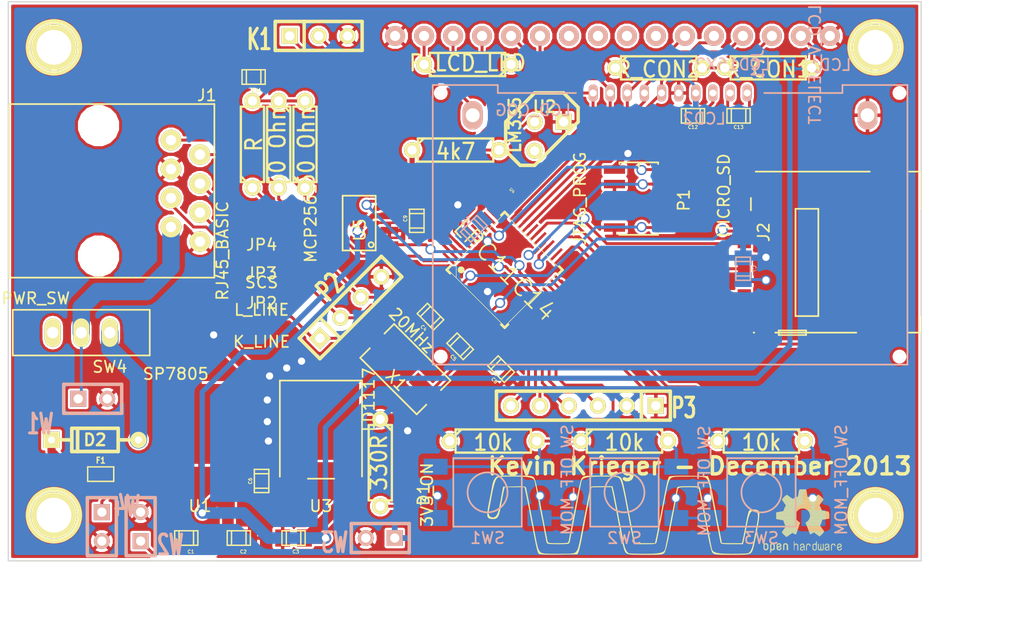
<source format=kicad_pcb>
(kicad_pcb (version 3) (host pcbnew "(2013-05-18 BZR 4017)-stable")
  (title_block (title obd2) (rev 1) (company "Kevin Krieger"))
  (layers (15 F.Cu power) (0 B.Cu signal) (18 B.Paste user) (19 F.Paste user) (20 B.SilkS user) (21 F.SilkS user) (22 B.Mask user) (23 F.Mask user) (28 Edge.Cuts user))
  (net 0 "")
  (net 1 +12V)
  (net 2 +3.3V)
  (net 3 +5V)
  (net 4 Button1)
  (net 5 Button2)
  (net 6 Button3)
  (net 7 CAN_H)
  (net 8 CAN_L)
  (net 9 CAN_RXD)
  (net 10 CAN_TXD)
  (net 11 CAN_XCVR_RS)
  (net 12 CARD_DETECT)
  (net 13 GND)
  (net 14 K_LINE)
  (net 15 LCD_DB4/SCL)
  (net 16 LCD_DB5/RST)
  (net 17 LCD_DB6)
  (net 18 LCD_DB7)
  (net 19 LCD_E/CSB)
  (net 20 LCD_RS/SI)
  (net 21 LCD_RW/RS)
  (net 22 L_LINE)
  (net 23 N-0000012)
  (net 24 N-0000013)
  (net 25 N-0000026)
  (net 26 N-0000028)
  (net 27 N-0000029)
  (net 28 N-0000033)
  (net 29 N-0000034)
  (net 30 N-0000035)
  (net 31 N-0000036)
  (net 32 N-0000048)
  (net 33 N-0000049)
  (net 34 N-0000050)
  (net 35 N-0000051)
  (net 36 N-0000052)
  (net 37 N-0000053)
  (net 38 N-0000063)
  (net 39 N-0000068)
  (net 40 N-0000069)
  (net 41 N-0000073)
  (net 42 N-0000074)
  (net 43 SCS)
  (net 44 SPI_MISO)
  (net 45 SPI_MOSI)
  (net 46 SPI_SCK)
  (net 47 SPI_SSEL)
  (net 48 SWCLK)
  (net 49 SWDIO)
  (net 50 TEMP)
  (net 51 UART_RXD)
  (net 52 UART_TXD)
  (net 53 VBAT)
  (net 54 ~RESET)
  (module SD_502702_003 (layer F.Cu) (at 176 108.5 270)
    (fp_text reference J2 (at 1.2 -1.7 270) (layer F.SilkS))
    (fp_text value MICRO_SD (at -2.01 1.79 270) (layer F.SilkS))
    (pad 1 smd rect (at 0 0 270) (size 0.8 1.16) (layers F.Cu F.Paste F.Mask) (clearance 0.15))
    (pad 2 smd rect (at 1.1 0 270) (size 0.8 1.16) (layers F.Cu F.Paste F.Mask) (net 47 SPI_SSEL) (clearance 0.15))
    (pad 3 smd rect (at 2.2 0 270) (size 0.8 1.16) (layers F.Cu F.Paste F.Mask) (net 45 SPI_MOSI))
    (pad 4 smd rect (at 3.3 0 270) (size 0.8 1.16) (layers F.Cu F.Paste F.Mask) (net 2 +3.3V))
    (pad 5 smd rect (at 4.4 0 270) (size 0.8 1.16) (layers F.Cu F.Paste F.Mask) (net 46 SPI_SCK))
    (pad 6 smd rect (at 5.5 0 270) (size 0.8 1.16) (layers F.Cu F.Paste F.Mask) (net 13 GND))
    (pad 7 smd rect (at 6.6 0 270) (size 0.8 1.16) (layers F.Cu F.Paste F.Mask) (net 44 SPI_MISO))
    (pad 8 smd rect (at 7.7 0 270) (size 0.8 1.16) (layers F.Cu F.Paste F.Mask))
    (pad 9 smd rect (at 9.2 0 270) (size 1.6 1.16) (layers F.Cu F.Paste F.Mask) (net 13 GND))
    (pad 10 smd rect (at -3.11 0 270) (size 2 1.16) (layers F.Cu F.Paste F.Mask) (net 13 GND))
    (pad 11 smd rect (at 9.785 -1.745 270) (size 1.05 1.25) (layers F.Cu F.Paste F.Mask) (net 13 GND))
    (pad 12 smd rect (at 9.785 -10.87 270) (size 1.05 1.25) (layers F.Cu F.Paste F.Mask) (net 12 CARD_DETECT))
    (pad 13 smd rect (at -4.4 -12.92 270) (size 1 2.5) (layers F.Cu F.Paste F.Mask) (net 13 GND))
    (pad 14 smd rect (at 10.2 -13.07 270) (size 1 2.2) (layers F.Cu F.Paste F.Mask) (net 13 GND))
  )
  (module RJ45 (layer F.Cu) (at 128.3 102.9 270)
    (fp_text reference J1 (at -5.2 -0.6 360) (layer F.SilkS))
    (fp_text value RJ45_BASIC (at 8.43 -1.97 270) (layer F.SilkS))
    (pad 2 thru_hole circle (at 0 0 270) (size 1.8 1.8) (drill 0.9) (layers *.Cu *.Mask F.SilkS) (net 8 CAN_L))
    (pad 4 thru_hole circle (at 2.54 0 270) (size 1.8 1.8) (drill 0.9) (layers *.Cu *.Mask F.SilkS) (net 43 SCS))
    (pad 6 thru_hole circle (at 5.08 0 270) (size 1.8 1.8) (drill 0.9) (layers *.Cu *.Mask F.SilkS) (net 22 L_LINE))
    (pad 8 thru_hole circle (at 7.62 0 270) (size 1.8 1.8) (drill 0.9) (layers *.Cu *.Mask F.SilkS) (net 13 GND))
    (pad 1 thru_hole circle (at -1.27 2.54 270) (size 1.8 1.8) (drill 0.9) (layers *.Cu *.Mask F.SilkS) (net 7 CAN_H))
    (pad 3 thru_hole circle (at 1.27 2.54 270) (size 1.8 1.8) (drill 0.9) (layers *.Cu *.Mask F.SilkS) (net 13 GND))
    (pad 5 thru_hole circle (at 3.81 2.54 270) (size 1.8 1.8) (drill 0.9) (layers *.Cu *.Mask F.SilkS) (net 14 K_LINE))
    (pad 7 thru_hole circle (at 6.35 2.54 270) (size 1.8 1.8) (drill 0.9) (layers *.Cu *.Mask F.SilkS) (net 53 VBAT))
    (pad "" np_thru_hole circle (at -2.54 8.89 270) (size 3.2 3.2) (drill 3.2) (layers *.Cu *.Mask F.SilkS))
    (pad "" np_thru_hole circle (at 8.89 8.89 270) (size 3.2 3.2) (drill 3.2) (layers *.Cu *.Mask F.SilkS))
  )
  (module R3 (layer F.Cu) (at 135.2 102 270)
    (fp_text reference R4 hide)
    (fp_text value "60 Ohm" (at 0 0.127 270) (layer F.SilkS) (effects (font (size 1.397 1.27) (thickness 0.2032))))
    (pad 1 thru_hole circle (at -3.81 0 270) (size 1.397 1.397) (drill 0.8128) (layers *.Cu *.Mask F.SilkS) (net 40 N-0000069))
    (pad 2 thru_hole circle (at 3.81 0 270) (size 1.397 1.397) (drill 0.8128) (layers *.Cu *.Mask F.SilkS) (net 8 CAN_L))
  )
  (module R3 (layer F.Cu) (at 137.5 102 90)
    (fp_text reference R3 hide)
    (fp_text value "60 Ohm" (at 0 0.127 90) (layer F.SilkS) (effects (font (size 1.397 1.27) (thickness 0.2032))))
    (pad 1 thru_hole circle (at -3.81 0 90) (size 1.397 1.397) (drill 0.8128) (layers *.Cu *.Mask F.SilkS) (net 7 CAN_H))
    (pad 2 thru_hole circle (at 3.81 0 90) (size 1.397 1.397) (drill 0.8128) (layers *.Cu *.Mask F.SilkS) (net 40 N-0000069))
  )
  (module R3 (layer F.Cu) (at 132.9 102 90)
    (fp_text reference R2 hide)
    (fp_text value R (at 0 0.127 90) (layer F.SilkS) (effects (font (size 1.397 1.27) (thickness 0.2032))))
    (pad 1 thru_hole circle (at -3.81 0 90) (size 1.397 1.397) (drill 0.8128) (layers *.Cu *.Mask F.SilkS) (net 39 N-0000068))
    (pad 2 thru_hole circle (at 3.81 0 90) (size 1.397 1.397) (drill 0.8128) (layers *.Cu *.Mask F.SilkS) (net 40 N-0000069))
  )
  (module R3 (layer F.Cu) (at 144.1 129.9 270)
    (fp_text reference R1 hide)
    (fp_text value 330R (at 0 0.127 270) (layer F.SilkS) (effects (font (size 1.397 1.27) (thickness 0.2032))))
    (pad 1 thru_hole circle (at -3.81 0 270) (size 1.397 1.397) (drill 0.8128) (layers *.Cu *.Mask F.SilkS) (net 2 +3.3V))
    (pad 2 thru_hole circle (at 3.81 0 270) (size 1.397 1.397) (drill 0.8128) (layers *.Cu *.Mask F.SilkS) (net 38 N-0000063))
  )
  (module LED_J_LEAD (layer F.Cu) (at 146.5 132.7 90)
    (fp_text reference D1 (at 0 1.4 90) (layer F.SilkS))
    (fp_text value 3V3_ON (at 0 1.7 90) (layer F.SilkS))
    (pad 1 smd rect (at -1.1 0 90) (size 1 1) (layers F.Cu F.Paste F.Mask) (net 38 N-0000063))
    (pad 2 smd rect (at 1.1 0 90) (size 1 1) (layers F.Cu F.Paste F.Mask) (net 13 GND))
  )
  (module GDM1602K (layer B.Cu) (at 183.5 92.5 180)
    (fp_text reference LCD1 (at 0 -2.54 180) (layer B.SilkS) (effects (justify mirror)))
    (fp_text value LCD16X2 (at 8.5 -2.5 180) (layer B.SilkS) (effects (justify mirror)))
    (pad 1 thru_hole circle (at 0 0 180) (size 1.7526 1.7526) (drill 0.889) (layers *.Cu *.Mask B.SilkS) (net 13 GND))
    (pad 2 thru_hole circle (at 2.54 0 180) (size 1.7526 1.7526) (drill 0.889) (layers *.Cu *.Mask B.SilkS) (net 33 N-0000049))
    (pad 3 thru_hole circle (at 5.08 0 180) (size 1.7526 1.7526) (drill 0.889) (layers *.Cu *.Mask B.SilkS) (net 42 N-0000074))
    (pad 4 thru_hole circle (at 7.62 0 180) (size 1.7526 1.7526) (drill 0.889) (layers *.Cu *.Mask B.SilkS) (net 20 LCD_RS/SI))
    (pad 5 thru_hole circle (at 10.16 0 180) (size 1.7526 1.7526) (drill 0.889) (layers *.Cu *.Mask B.SilkS) (net 21 LCD_RW/RS))
    (pad 6 thru_hole circle (at 12.7 0 180) (size 1.7526 1.7526) (drill 0.889) (layers *.Cu *.Mask B.SilkS) (net 19 LCD_E/CSB))
    (pad 7 thru_hole circle (at 15.24 0 180) (size 1.7526 1.7526) (drill 0.889) (layers *.Cu *.Mask B.SilkS))
    (pad 8 thru_hole circle (at 17.78 0 180) (size 1.7526 1.7526) (drill 0.889) (layers *.Cu *.Mask B.SilkS))
    (pad 9 thru_hole circle (at 20.32 0 180) (size 1.7526 1.7526) (drill 0.889) (layers *.Cu *.Mask B.SilkS))
    (pad 10 thru_hole circle (at 22.86 0 180) (size 1.7526 1.7526) (drill 0.889) (layers *.Cu *.Mask B.SilkS))
    (pad 11 thru_hole circle (at 25.4 0 180) (size 1.7526 1.7526) (drill 0.889) (layers *.Cu *.Mask B.SilkS) (net 15 LCD_DB4/SCL))
    (pad 12 thru_hole circle (at 27.94 0 180) (size 1.7526 1.7526) (drill 0.889) (layers *.Cu *.Mask B.SilkS) (net 16 LCD_DB5/RST))
    (pad 13 thru_hole circle (at 30.48 0 180) (size 1.7526 1.7526) (drill 0.889) (layers *.Cu *.Mask B.SilkS) (net 17 LCD_DB6))
    (pad 14 thru_hole circle (at 33.02 0 180) (size 1.7526 1.7526) (drill 0.889) (layers *.Cu *.Mask B.SilkS) (net 18 LCD_DB7))
    (pad 15 thru_hole circle (at 35.56 0 180) (size 1.7526 1.7526) (drill 0.889) (layers *.Cu *.Mask B.SilkS) (net 34 N-0000050))
    (pad 16 thru_hole circle (at 38.1 0 180) (size 1.7526 1.7526) (drill 0.889) (layers *.Cu *.Mask B.SilkS) (net 13 GND))
  )
  (module DPAK (layer F.Cu) (at 138.9 126.3 270)
    (fp_text reference U3 (at 7.4 0 360) (layer F.SilkS))
    (fp_text value LD1117 (at -1.92 -4.19 270) (layer F.SilkS))
    (pad 2 smd rect (at 0 0 270) (size 6.7 6.7) (layers F.Cu F.Paste F.Mask) (net 2 +3.3V))
    (pad 3 smd rect (at 6.65 -2.3 270) (size 3 1.6) (layers F.Cu F.Paste F.Mask) (net 3 +5V))
    (pad 1 smd rect (at 6.65 2.3 270) (size 3 1.6) (layers F.Cu F.Paste F.Mask) (net 13 GND))
  )
  (module CSM-3X (layer F.Cu) (at 146.3 121.7 315)
    (fp_text reference X1 (at 0.141421 1.272792 315) (layer F.SilkS))
    (fp_text value 20MHz (at -2 -2.8 315) (layer F.SilkS))
    (pad 1 smd rect (at -2.75 0 315) (size 3.5 1.2) (layers F.Cu F.Paste F.Mask) (net 23 N-0000012))
    (pad 2 smd rect (at 2.75 0 315) (size 3.5 1.2) (layers F.Cu F.Paste F.Mask) (net 24 N-0000013))
  )
  (module c_0805 (layer F.Cu) (at 131.7 136.5 180)
    (fp_text reference C2 (at -0.4 -1.2 180) (layer F.SilkS) (effects (font (size 0.29972 0.29972) (thickness 0.06096))))
    (fp_text value 0.1uF hide)
    (pad 1 smd rect (at 0.9525 0 180) (size 1.30048 1.4986) (layers F.Cu F.Paste F.Mask) (net 3 +5V))
    (pad 2 smd rect (at -0.9525 0 180) (size 1.30048 1.4986) (layers F.Cu F.Paste F.Mask) (net 13 GND))
  )
  (module c_0805 (layer B.Cu) (at 175.9 112.9 90)
    (fp_text reference C7 (at 0 0.9906 90) (layer B.SilkS) (effects (font (size 0.29972 0.29972) (thickness 0.06096)) (justify mirror)))
    (fp_text value 0.1u hide)
    (pad 1 smd rect (at 0.9525 0 90) (size 1.30048 1.4986) (layers B.Cu B.Paste B.Mask) (net 2 +3.3V))
    (pad 2 smd rect (at -0.9525 0 90) (size 1.30048 1.4986) (layers B.Cu B.Paste B.Mask) (net 13 GND))
  )
  (module c_0805 (layer F.Cu) (at 148.5 117.1 315)
    (fp_text reference C4 (at 0.282843 1.131371 315) (layer F.SilkS) (effects (font (size 0.29972 0.29972) (thickness 0.06096))))
    (fp_text value 39pF hide)
    (pad 1 smd rect (at 0.9525 0 315) (size 1.30048 1.4986) (layers F.Cu F.Paste F.Mask) (net 13 GND))
    (pad 2 smd rect (at -0.9525 0 315) (size 1.30048 1.4986) (layers F.Cu F.Paste F.Mask) (net 23 N-0000012))
  )
  (module c_0805 (layer F.Cu) (at 151.1 119.7 135)
    (fp_text reference C5 (at -0.282843 -1.131371 135) (layer F.SilkS) (effects (font (size 0.29972 0.29972) (thickness 0.06096))))
    (fp_text value 39pF hide)
    (pad 1 smd rect (at 0.9525 0 135) (size 1.30048 1.4986) (layers F.Cu F.Paste F.Mask) (net 13 GND))
    (pad 2 smd rect (at -0.9525 0 135) (size 1.30048 1.4986) (layers F.Cu F.Paste F.Mask) (net 24 N-0000013))
  )
  (module c_0805 (layer F.Cu) (at 147.3 108.7 90)
    (fp_text reference C9 (at 0.2 -1 90) (layer F.SilkS) (effects (font (size 0.29972 0.29972) (thickness 0.06096))))
    (fp_text value 0.1u hide)
    (pad 1 smd rect (at 0.9525 0 90) (size 1.30048 1.4986) (layers F.Cu F.Paste F.Mask) (net 3 +5V))
    (pad 2 smd rect (at -0.9525 0 90) (size 1.30048 1.4986) (layers F.Cu F.Paste F.Mask) (net 13 GND))
  )
  (module c_0805 (layer B.Cu) (at 152.3 109.4 225)
    (fp_text reference C10 (at 0 0.9906 225) (layer B.SilkS) (effects (font (size 0.29972 0.29972) (thickness 0.06096)) (justify mirror)))
    (fp_text value 0.1u hide)
    (pad 1 smd rect (at 0.9525 0 225) (size 1.30048 1.4986) (layers B.Cu B.Paste B.Mask) (net 2 +3.3V))
    (pad 2 smd rect (at -0.9525 0 225) (size 1.30048 1.4986) (layers B.Cu B.Paste B.Mask) (net 13 GND))
  )
  (module c_0805 (layer F.Cu) (at 154.7 121.7 135)
    (fp_text reference C8 (at -0.282843 -1.131371 135) (layer F.SilkS) (effects (font (size 0.29972 0.29972) (thickness 0.06096))))
    (fp_text value 0.1u hide)
    (pad 1 smd rect (at 0.9525 0 135) (size 1.30048 1.4986) (layers F.Cu F.Paste F.Mask) (net 2 +3.3V))
    (pad 2 smd rect (at -0.9525 0 135) (size 1.30048 1.4986) (layers F.Cu F.Paste F.Mask) (net 13 GND))
  )
  (module c_0805 (layer F.Cu) (at 133.7 131.5 90)
    (fp_text reference C6 (at 0 -0.9906 90) (layer F.SilkS) (effects (font (size 0.29972 0.29972) (thickness 0.06096))))
    (fp_text value 10uF hide)
    (pad 1 smd rect (at 0.9525 0 90) (size 1.30048 1.4986) (layers F.Cu F.Paste F.Mask) (net 2 +3.3V))
    (pad 2 smd rect (at -0.9525 0 90) (size 1.30048 1.4986) (layers F.Cu F.Paste F.Mask) (net 13 GND))
  )
  (module c_0805 (layer F.Cu) (at 127.1 136.5 180)
    (fp_text reference C1 (at -0.4 -1.2 180) (layer F.SilkS) (effects (font (size 0.29972 0.29972) (thickness 0.06096))))
    (fp_text value 0.33uF hide)
    (pad 1 smd rect (at 0.9525 0 180) (size 1.30048 1.4986) (layers F.Cu F.Paste F.Mask) (net 1 +12V))
    (pad 2 smd rect (at -0.9525 0 180) (size 1.30048 1.4986) (layers F.Cu F.Paste F.Mask) (net 13 GND))
  )
  (module c_0805 (layer F.Cu) (at 136.5 136.5)
    (fp_text reference C3 (at 0.2 1.2) (layer F.SilkS) (effects (font (size 0.29972 0.29972) (thickness 0.06096))))
    (fp_text value 0.1uF hide)
    (pad 1 smd rect (at 0.9525 0) (size 1.30048 1.4986) (layers F.Cu F.Paste F.Mask) (net 3 +5V))
    (pad 2 smd rect (at -0.9525 0) (size 1.30048 1.4986) (layers F.Cu F.Paste F.Mask) (net 13 GND))
  )
  (module c_0805 (layer F.Cu) (at 133 96.1 180)
    (fp_text reference C11 (at -0.259 -1.152 180) (layer F.SilkS) (effects (font (size 0.29972 0.29972) (thickness 0.06096))))
    (fp_text value C hide)
    (pad 1 smd rect (at 0.9525 0 180) (size 1.30048 1.4986) (layers F.Cu F.Paste F.Mask) (net 13 GND))
    (pad 2 smd rect (at -0.9525 0 180) (size 1.30048 1.4986) (layers F.Cu F.Paste F.Mask) (net 40 N-0000069))
  )
  (module 1pin (layer F.Cu) (at 187.5 134.5)
    (fp_text reference MP1 (at 0 -0.2) (layer F.SilkS) (effects (font (size 1.016 1.016) (thickness 0.254))))
    (fp_text value SCREW_4-40 hide)
    (pad 1 thru_hole circle (at 0 0) (size 4.064 4.064) (drill 3.048) (layers *.Cu *.Mask F.SilkS))
  )
  (module 1pin (layer F.Cu) (at 115.5 134.5)
    (fp_text reference MP2 (at 0 0.2) (layer F.SilkS) (effects (font (size 1.016 1.016) (thickness 0.254))))
    (fp_text value SCREW_4-40 hide)
    (pad 1 thru_hole circle (at 0 0) (size 4.064 4.064) (drill 3.048) (layers *.Cu *.Mask F.SilkS))
  )
  (module 1pin (layer F.Cu) (at 115.5 93.5)
    (fp_text reference MP3 (at 0 0.2) (layer F.SilkS) (effects (font (size 1.016 1.016) (thickness 0.254))))
    (fp_text value SCREW_4-40 hide)
    (pad 1 thru_hole circle (at 0 0) (size 4.064 4.064) (drill 3.048) (layers *.Cu *.Mask F.SilkS))
  )
  (module 1pin (layer F.Cu) (at 187.5 93.5)
    (fp_text reference MP4 (at 0 0) (layer F.SilkS) (effects (font (size 1.016 1.016) (thickness 0.254))))
    (fp_text value SCREW_4-40 hide)
    (pad 1 thru_hole circle (at 0 0) (size 4.064 4.064) (drill 3.048) (layers *.Cu *.Mask F.SilkS))
  )
  (module TO-252-3 (layer F.Cu) (at 128.3 126.5)
    (fp_text reference U1 (at 0 7.2) (layer F.SilkS))
    (fp_text value SP7805 (at -2.12 -4.38) (layer F.SilkS))
    (pad 2 smd rect (at 0 0) (size 7 7) (layers F.Cu F.Paste F.Mask) (net 13 GND))
    (pad 1 smd rect (at -2.3 6.75) (size 1.5 2.5) (layers F.Cu F.Paste F.Mask) (net 1 +12V))
    (pad 3 smd rect (at 2.3 6.75) (size 1.5 2.5) (layers F.Cu F.Paste F.Mask) (net 3 +5V))
  )
  (module SIL-2 (layer B.Cu) (at 118.9 124.3)
    (fp_text reference W1 (at -4.6 2.2) (layer B.SilkS) (effects (font (size 1.72974 1.08712) (thickness 0.3048)) (justify mirror)))
    (fp_text value VBAT_T hide)
    (pad 1 thru_hole rect (at -1.27 0) (size 1.397 1.397) (drill 0.8128) (layers *.Cu *.Mask B.SilkS) (net 53 VBAT))
    (pad 2 thru_hole circle (at 1.27 0) (size 1.397 1.397) (drill 0.8128) (layers *.Cu *.Mask B.SilkS) (net 13 GND))
  )
  (module SIL-2 (layer B.Cu) (at 123.1 135.5 90)
    (fp_text reference W2 (at -1.6 2.6 180) (layer B.SilkS) (effects (font (size 1.72974 1.08712) (thickness 0.3048)) (justify mirror)))
    (fp_text value 5V_T hide)
    (pad 1 thru_hole rect (at -1.27 0 90) (size 1.397 1.397) (drill 0.8128) (layers *.Cu *.Mask B.SilkS) (net 3 +5V))
    (pad 2 thru_hole circle (at 1.27 0 90) (size 1.397 1.397) (drill 0.8128) (layers *.Cu *.Mask B.SilkS) (net 13 GND))
  )
  (module SIL-2 (layer B.Cu) (at 144.1 136.5 180)
    (fp_text reference W3 (at 4 -0.4 180) (layer B.SilkS) (effects (font (size 1.72974 1.08712) (thickness 0.3048)) (justify mirror)))
    (fp_text value 3V3_T hide)
    (pad 1 thru_hole rect (at -1.27 0 180) (size 1.397 1.397) (drill 0.8128) (layers *.Cu *.Mask B.SilkS) (net 2 +3.3V))
    (pad 2 thru_hole circle (at 1.27 0 180) (size 1.397 1.397) (drill 0.8128) (layers *.Cu *.Mask B.SilkS) (net 13 GND))
  )
  (module R3 (layer F.Cu) (at 154 128)
    (fp_text reference R6 hide)
    (fp_text value 10k (at 0 0.127) (layer F.SilkS) (effects (font (size 1.397 1.27) (thickness 0.2032))))
    (pad 1 thru_hole circle (at -3.81 0) (size 1.397 1.397) (drill 0.8128) (layers *.Cu *.Mask F.SilkS) (net 2 +3.3V))
    (pad 2 thru_hole circle (at 3.81 0) (size 1.397 1.397) (drill 0.8128) (layers *.Cu *.Mask F.SilkS) (net 4 Button1))
  )
  (module R3 (layer F.Cu) (at 165.5 128)
    (fp_text reference R7 hide)
    (fp_text value 10k (at 0 0.127) (layer F.SilkS) (effects (font (size 1.397 1.27) (thickness 0.2032))))
    (pad 1 thru_hole circle (at -3.81 0) (size 1.397 1.397) (drill 0.8128) (layers *.Cu *.Mask F.SilkS) (net 2 +3.3V))
    (pad 2 thru_hole circle (at 3.81 0) (size 1.397 1.397) (drill 0.8128) (layers *.Cu *.Mask F.SilkS) (net 5 Button2))
  )
  (module R3 (layer F.Cu) (at 177.5 128)
    (fp_text reference R8 hide)
    (fp_text value 10k (at 0 0.127) (layer F.SilkS) (effects (font (size 1.397 1.27) (thickness 0.2032))))
    (pad 1 thru_hole circle (at -3.81 0) (size 1.397 1.397) (drill 0.8128) (layers *.Cu *.Mask F.SilkS) (net 2 +3.3V))
    (pad 2 thru_hole circle (at 3.81 0) (size 1.397 1.397) (drill 0.8128) (layers *.Cu *.Mask F.SilkS) (net 6 Button3))
  )
  (module R3 (layer F.Cu) (at 150.7 102.5)
    (fp_text reference R5 hide)
    (fp_text value 4k7 (at 0 0.127) (layer F.SilkS) (effects (font (size 1.397 1.27) (thickness 0.2032))))
    (pad 1 thru_hole circle (at -3.81 0) (size 1.397 1.397) (drill 0.8128) (layers *.Cu *.Mask F.SilkS) (net 3 +5V))
    (pad 2 thru_hole circle (at 3.81 0) (size 1.397 1.397) (drill 0.8128) (layers *.Cu *.Mask F.SilkS) (net 50 TEMP))
  )
  (module GRPB052VWQS-RC (layer F.Cu) (at 166.75 106.75 270)
    (fp_text reference P1 (at 0.15 -3.95 270) (layer F.SilkS))
    (fp_text value JTAG_PROG (at 0 5.15 270) (layer F.SilkS))
    (pad 4 smd rect (at -1.27 -2.125 270) (size 0.74 1.85) (layers F.Cu F.Paste F.Mask) (net 48 SWCLK))
    (pad 6 smd rect (at 0 -2.125 270) (size 0.74 1.85) (layers F.Cu F.Paste F.Mask))
    (pad 8 smd rect (at 1.27 -2.125 270) (size 0.74 1.85) (layers F.Cu F.Paste F.Mask))
    (pad 10 smd rect (at 2.54 -2.125 270) (size 0.74 1.85) (layers F.Cu F.Paste F.Mask) (net 54 ~RESET))
    (pad 1 smd rect (at -2.54 2.125 270) (size 0.74 1.85) (layers F.Cu F.Paste F.Mask) (net 2 +3.3V))
    (pad 3 smd rect (at -1.27 2.125 270) (size 0.74 1.85) (layers F.Cu F.Paste F.Mask) (net 13 GND))
    (pad 5 smd rect (at 0 2.125 270) (size 0.74 1.85) (layers F.Cu F.Paste F.Mask) (net 13 GND))
    (pad 7 smd rect (at 1.27 2.125 270) (size 0.74 1.85) (layers F.Cu F.Paste F.Mask))
    (pad 9 smd rect (at 2.54 2.125 270) (size 0.74 1.85) (layers F.Cu F.Paste F.Mask) (net 13 GND))
    (pad 2 smd rect (at -2.54 -2.125 270) (size 0.74 1.85) (layers F.Cu F.Paste F.Mask) (net 49 SWDIO))
  )
  (module FSM4JSMA_pushbutton (layer B.Cu) (at 153.5 132.5 270)
    (fp_text reference SW1 (at 4 0 540) (layer B.SilkS) (effects (justify mirror)))
    (fp_text value SW_OFF_MOM (at -1.1 -7 270) (layer B.SilkS) (effects (justify mirror)))
    (pad 1 smd rect (at 2.25 4.55 270) (size 1.4 2.1) (layers B.Cu B.Paste B.Mask) (net 13 GND))
    (pad 1 smd rect (at 2.25 -4.55 270) (size 1.4 2.1) (layers B.Cu B.Paste B.Mask) (net 13 GND))
    (pad 2 smd rect (at -2.25 4.55 270) (size 1.4 2.1) (layers B.Cu B.Paste B.Mask) (net 4 Button1))
    (pad 2 smd rect (at -2.25 -4.55 270) (size 1.4 2.1) (layers B.Cu B.Paste B.Mask) (net 4 Button1))
  )
  (module FSM4JSMA_pushbutton (layer B.Cu) (at 165.5 132.5 270)
    (fp_text reference SW2 (at 4 0 540) (layer B.SilkS) (effects (justify mirror)))
    (fp_text value SW_OFF_MOM (at -1 -7 270) (layer B.SilkS) (effects (justify mirror)))
    (pad 1 smd rect (at 2.25 4.55 270) (size 1.4 2.1) (layers B.Cu B.Paste B.Mask) (net 13 GND))
    (pad 1 smd rect (at 2.25 -4.55 270) (size 1.4 2.1) (layers B.Cu B.Paste B.Mask) (net 13 GND))
    (pad 2 smd rect (at -2.25 4.55 270) (size 1.4 2.1) (layers B.Cu B.Paste B.Mask) (net 5 Button2))
    (pad 2 smd rect (at -2.25 -4.55 270) (size 1.4 2.1) (layers B.Cu B.Paste B.Mask) (net 5 Button2))
  )
  (module FSM4JSMA_pushbutton (layer B.Cu) (at 177.5 132.5 270)
    (fp_text reference SW3 (at 4 0 540) (layer B.SilkS) (effects (justify mirror)))
    (fp_text value SW_OFF_MOM (at -1.1 -7 270) (layer B.SilkS) (effects (justify mirror)))
    (pad 1 smd rect (at 2.25 4.55 270) (size 1.4 2.1) (layers B.Cu B.Paste B.Mask) (net 13 GND))
    (pad 1 smd rect (at 2.25 -4.55 270) (size 1.4 2.1) (layers B.Cu B.Paste B.Mask) (net 13 GND))
    (pad 2 smd rect (at -2.25 4.55 270) (size 1.4 2.1) (layers B.Cu B.Paste B.Mask) (net 6 Button3))
    (pad 2 smd rect (at -2.25 -4.55 270) (size 1.4 2.1) (layers B.Cu B.Paste B.Mask) (net 6 Button3))
  )
  (module TO92 (layer F.Cu) (at 158.9 101.3)
    (fp_text reference U2 (at -0.4 -2.6) (layer F.SilkS) (effects (font (size 1.016 1.016) (thickness 0.2032))))
    (fp_text value LM335 (at -3 -1 90) (layer F.SilkS) (effects (font (size 1.016 1.016) (thickness 0.2032))))
    (pad 1 thru_hole rect (at 1.27 -1.27) (size 1.397 1.397) (drill 0.8128) (layers *.Cu *.Mask F.SilkS) (net 13 GND))
    (pad 2 thru_hole circle (at -1.27 -1.27) (size 1.397 1.397) (drill 0.8128) (layers *.Cu *.Mask F.SilkS) (net 50 TEMP))
    (pad 3 thru_hole circle (at -1.27 1.27) (size 1.397 1.397) (drill 0.8128) (layers *.Cu *.Mask F.SilkS))
  )
  (module SOLDER_JUMPER_3 (layer B.Cu) (at 180 95 270)
    (fp_text reference JP1 (at 0.01 2.82 270) (layer B.SilkS) (effects (justify mirror)))
    (fp_text value LCD_V_SELECT (at 0 -2.2 270) (layer B.SilkS) (effects (justify mirror)))
    (pad 1 smd rect (at -0.375 0 270) (size 0.5 1) (layers B.Cu B.Paste B.Mask) (net 2 +3.3V) (clearance 0.125))
    (pad 2 smd rect (at 0.375 0 270) (size 0.5 1) (layers B.Cu B.Paste B.Mask) (net 33 N-0000049) (clearance 0.125))
    (pad 3 smd rect (at 1.125 0 270) (size 0.5 1) (layers B.Cu B.Paste B.Mask) (net 3 +5V) (clearance 0.125))
  )
  (module SOIC-8-Narrow (layer F.Cu) (at 142.3 108.9 90)
    (fp_text reference U5 (at -0.6 0 90) (layer F.SilkS))
    (fp_text value MCP2561 (at 0 -4.3 90) (layer F.SilkS))
    (pad 2 smd rect (at -0.63 2.6 90) (size 0.6 1.55) (layers F.Cu F.Paste F.Mask) (net 13 GND))
    (pad 3 smd rect (at 0.64 2.6 90) (size 0.6 1.55) (layers F.Cu F.Paste F.Mask) (net 3 +5V))
    (pad 4 smd rect (at 1.91 2.6 90) (size 0.6 1.55) (layers F.Cu F.Paste F.Mask) (net 9 CAN_RXD))
    (pad 5 smd rect (at -1.9 -2.7 90) (size 0.6 1.55) (layers F.Cu F.Paste F.Mask) (net 39 N-0000068))
    (pad 6 smd rect (at -0.63 -2.7 90) (size 0.6 1.55) (layers F.Cu F.Paste F.Mask) (net 8 CAN_L))
    (pad 7 smd rect (at 0.7 -2.7 90) (size 0.6 1.55) (layers F.Cu F.Paste F.Mask) (net 7 CAN_H))
    (pad 8 smd rect (at 1.91 -2.7 90) (size 0.6 1.55) (layers F.Cu F.Paste F.Mask) (net 11 CAN_XCVR_RS))
    (pad 1 smd rect (at -1.9 2.6 90) (size 0.6 1.55) (layers F.Cu F.Paste F.Mask) (net 10 CAN_TXD))
  )
  (module R3 (layer F.Cu) (at 151.75 95 180)
    (fp_text reference R9 hide)
    (fp_text value R_LCD_LED (at 0 0.127 180) (layer F.SilkS) (effects (font (size 1.397 1.27) (thickness 0.2032))))
    (pad 1 thru_hole circle (at -3.81 0 180) (size 1.397 1.397) (drill 0.8128) (layers *.Cu *.Mask F.SilkS) (net 2 +3.3V))
    (pad 2 thru_hole circle (at 3.81 0 180) (size 1.397 1.397) (drill 0.8128) (layers *.Cu *.Mask F.SilkS) (net 34 N-0000050))
  )
  (module NHD_C0216CZ_NSW_BBW (layer B.Cu) (at 169.5 97.5)
    (fp_text reference LCD2 (at 3 2.25) (layer B.SilkS) (effects (justify mirror)))
    (fp_text value LCD_COG (at -12 1.5) (layer B.SilkS) (effects (justify mirror)))
    (pad 12 thru_hole oval (at 17.3 1.95) (size 1.75 2.5) (drill 1.22) (layers *.Cu *.Mask B.SilkS) (net 13 GND))
    (pad 11 thru_hole oval (at -17.3 1.95) (size 1.75 2.5) (drill 1.22) (layers *.Cu *.Mask B.SilkS) (net 34 N-0000050))
    (pad "" np_thru_hole circle (at -20.1 0) (size 0.8 0.8) (drill 0.8) (layers *.Cu *.Mask B.SilkS))
    (pad "" np_thru_hole circle (at 20.1 0) (size 0.8 0.8) (drill 0.8) (layers *.Cu *.Mask B.SilkS))
    (pad "" np_thru_hole circle (at -20.1 23.1) (size 0.8 0.8) (drill 0.8) (layers *.Cu *.Mask B.SilkS))
    (pad "" np_thru_hole circle (at 20.1 23.1) (size 0.8 0.8) (drill 0.8) (layers *.Cu *.Mask B.SilkS))
    (pad 1 thru_hole oval (at -6.75 0) (size 0.8 1.5) (drill 0.6) (layers *.Cu *.Mask B.SilkS) (net 16 LCD_DB5/RST))
    (pad 2 thru_hole oval (at -5.25 0) (size 0.8 1.5) (drill 0.6) (layers *.Cu *.Mask B.SilkS) (net 15 LCD_DB4/SCL))
    (pad 3 thru_hole oval (at -3.75 0) (size 0.8 1.5) (drill 0.6) (layers *.Cu *.Mask B.SilkS) (net 19 LCD_E/CSB))
    (pad 4 thru_hole oval (at -2.25 0) (size 0.8 1.5) (drill 0.6) (layers *.Cu *.Mask B.SilkS) (net 21 LCD_RW/RS))
    (pad 5 thru_hole oval (at -0.75 0) (size 0.8 1.5) (drill 0.6) (layers *.Cu *.Mask B.SilkS) (net 20 LCD_RS/SI))
    (pad 6 thru_hole oval (at 0.75 0) (size 0.8 1.5) (drill 0.6) (layers *.Cu *.Mask B.SilkS) (net 13 GND))
    (pad 7 thru_hole oval (at 2.25 0) (size 0.8 1.5) (drill 0.6) (layers *.Cu *.Mask B.SilkS) (net 2 +3.3V))
    (pad 8 thru_hole oval (at 3.75 0) (size 0.8 1.5) (drill 0.6) (layers *.Cu *.Mask B.SilkS) (net 35 N-0000051))
    (pad 9 thru_hole oval (at 5.25 0) (size 0.8 1.5) (drill 0.6) (layers *.Cu *.Mask B.SilkS) (net 37 N-0000053))
    (pad 10 thru_hole oval (at 6.75 0) (size 0.8 1.5) (drill 0.6) (layers *.Cu *.Mask B.SilkS) (net 36 N-0000052))
  )
  (module c_0805 (layer F.Cu) (at 171.5 99.5 180)
    (fp_text reference C12 (at 0 -0.9906 180) (layer F.SilkS) (effects (font (size 0.29972 0.29972) (thickness 0.06096))))
    (fp_text value 1u hide)
    (pad 1 smd rect (at 0.9525 0 180) (size 1.30048 1.4986) (layers F.Cu F.Paste F.Mask) (net 13 GND))
    (pad 2 smd rect (at -0.9525 0 180) (size 1.30048 1.4986) (layers F.Cu F.Paste F.Mask) (net 35 N-0000051))
  )
  (module c_0805 (layer F.Cu) (at 175.5 99.5 180)
    (fp_text reference C13 (at 0 -0.9906 180) (layer F.SilkS) (effects (font (size 0.29972 0.29972) (thickness 0.06096))))
    (fp_text value 1u hide)
    (pad 1 smd rect (at 0.9525 0 180) (size 1.30048 1.4986) (layers F.Cu F.Paste F.Mask) (net 37 N-0000053))
    (pad 2 smd rect (at -0.9525 0 180) (size 1.30048 1.4986) (layers F.Cu F.Paste F.Mask) (net 36 N-0000052))
  )
  (module SOLDER_JUMPER (layer F.Cu) (at 133.7 117.1)
    (fp_text reference JP2 (at 0 -1.2) (layer F.SilkS))
    (fp_text value K_LINE (at 0 2.2) (layer F.SilkS))
    (pad 1 smd rect (at -0.375 0) (size 0.5 1) (layers F.Cu F.Paste F.Mask) (net 14 K_LINE) (clearance 0.125))
    (pad 2 smd rect (at 0.375 0) (size 0.5 1) (layers F.Cu F.Paste F.Mask) (net 28 N-0000033) (clearance 0.125))
  )
  (module SOLDER_JUMPER (layer F.Cu) (at 133.7 114.3)
    (fp_text reference JP3 (at 0 -1) (layer F.SilkS))
    (fp_text value L_LINE (at 0 2.2) (layer F.SilkS))
    (pad 1 smd rect (at -0.375 0) (size 0.5 1) (layers F.Cu F.Paste F.Mask) (net 22 L_LINE) (clearance 0.125))
    (pad 2 smd rect (at 0.375 0) (size 0.5 1) (layers F.Cu F.Paste F.Mask) (net 27 N-0000029) (clearance 0.125))
  )
  (module SOLDER_JUMPER (layer F.Cu) (at 133.7 111.9)
    (fp_text reference JP4 (at 0 -1.1) (layer F.SilkS))
    (fp_text value SCS (at 0 2.2) (layer F.SilkS))
    (pad 1 smd rect (at -0.375 0) (size 0.5 1) (layers F.Cu F.Paste F.Mask) (net 43 SCS) (clearance 0.125))
    (pad 2 smd rect (at 0.375 0) (size 0.5 1) (layers F.Cu F.Paste F.Mask) (net 26 N-0000028) (clearance 0.125))
  )
  (module SM0603 (layer F.Cu) (at 119.6 130.9 180)
    (fp_text reference F1 (at 0 1.2 180) (layer F.SilkS) (effects (font (size 0.508 0.4572) (thickness 0.1143))))
    (fp_text value "approx 300mA" hide)
    (pad 1 smd rect (at -0.762 0 180) (size 0.635 1.143) (layers F.Cu F.Paste F.Mask) (net 1 +12V))
    (pad 2 smd rect (at 0.762 0 180) (size 0.635 1.143) (layers F.Cu F.Paste F.Mask) (net 41 N-0000073))
  )
  (module SIL-6 (layer F.Cu) (at 161.9 124.9 180)
    (fp_text reference P3 (at -8.8 -0.2 180) (layer F.SilkS) (effects (font (size 1.72974 1.08712) (thickness 0.3048))))
    (fp_text value IO_2 hide)
    (pad 1 thru_hole rect (at -6.35 0 180) (size 1.397 1.397) (drill 0.8128) (layers *.Cu *.Mask F.SilkS) (net 13 GND))
    (pad 2 thru_hole circle (at -3.81 0 180) (size 1.397 1.397) (drill 0.8128) (layers *.Cu *.Mask F.SilkS) (net 2 +3.3V))
    (pad 3 thru_hole circle (at -1.27 0 180) (size 1.397 1.397) (drill 0.8128) (layers *.Cu *.Mask F.SilkS) (net 29 N-0000034))
    (pad 4 thru_hole circle (at 1.27 0 180) (size 1.397 1.397) (drill 0.8128) (layers *.Cu *.Mask F.SilkS) (net 31 N-0000036))
    (pad 5 thru_hole circle (at 3.81 0 180) (size 1.397 1.397) (drill 0.8128) (layers *.Cu *.Mask F.SilkS) (net 30 N-0000035))
    (pad 6 thru_hole circle (at 6.35 0 180) (size 1.397 1.397) (drill 0.8128) (layers *.Cu *.Mask F.SilkS) (net 32 N-0000048))
  )
  (module SIL-4 (layer F.Cu) (at 141.5 116.3 45)
    (fp_text reference P2 (at 0 -2.54 45) (layer F.SilkS) (effects (font (size 1.73482 1.08712) (thickness 0.3048))))
    (fp_text value IO_1 hide)
    (pad 1 thru_hole rect (at -3.81 0 45) (size 1.397 1.397) (drill 0.8128) (layers *.Cu *.Mask F.SilkS) (net 28 N-0000033))
    (pad 2 thru_hole circle (at -1.27 0 45) (size 1.397 1.397) (drill 0.8128) (layers *.Cu *.Mask F.SilkS) (net 27 N-0000029))
    (pad 3 thru_hole circle (at 1.27 0 45) (size 1.397 1.397) (drill 0.8128) (layers *.Cu *.Mask F.SilkS) (net 26 N-0000028))
    (pad 4 thru_hole circle (at 3.81 0 45) (size 1.397 1.397) (drill 0.8128) (layers *.Cu *.Mask F.SilkS) (net 13 GND))
  )
  (module SIL-2 (layer B.Cu) (at 119.7 135.5 270)
    (fp_text reference W4 (at -1.8 -2.2 360) (layer B.SilkS) (effects (font (size 1.72974 1.08712) (thickness 0.3048)) (justify mirror)))
    (fp_text value 12V_T hide)
    (pad 1 thru_hole rect (at -1.27 0 270) (size 1.397 1.397) (drill 0.8128) (layers *.Cu *.Mask B.SilkS) (net 1 +12V))
    (pad 2 thru_hole circle (at 1.27 0 270) (size 1.397 1.397) (drill 0.8128) (layers *.Cu *.Mask B.SilkS) (net 13 GND))
  )
  (module R3 (layer F.Cu) (at 178.1 95.3)
    (fp_text reference R10 hide)
    (fp_text value R_CON1 (at 0 0.127) (layer F.SilkS) (effects (font (size 1.397 1.27) (thickness 0.2032))))
    (pad 1 thru_hole circle (at -3.81 0) (size 1.397 1.397) (drill 0.8128) (layers *.Cu *.Mask F.SilkS) (net 42 N-0000074))
    (pad 2 thru_hole circle (at 3.81 0) (size 1.397 1.397) (drill 0.8128) (layers *.Cu *.Mask F.SilkS) (net 33 N-0000049))
  )
  (module R3 (layer F.Cu) (at 168.5 95.3)
    (fp_text reference R11 hide)
    (fp_text value R_CON2 (at 0 0.127) (layer F.SilkS) (effects (font (size 1.397 1.27) (thickness 0.2032))))
    (pad 1 thru_hole circle (at -3.81 0) (size 1.397 1.397) (drill 0.8128) (layers *.Cu *.Mask F.SilkS) (net 13 GND))
    (pad 2 thru_hole circle (at 3.81 0) (size 1.397 1.397) (drill 0.8128) (layers *.Cu *.Mask F.SilkS) (net 42 N-0000074))
  )
  (module MMS1208 (layer F.Cu) (at 117.9 118.5 180)
    (fp_text reference SW4 (at -2.5 -3 180) (layer F.SilkS))
    (fp_text value PWR_SW (at 4 3 180) (layer F.SilkS))
    (pad 2 thru_hole oval (at 0 0 180) (size 1.4 2.5) (drill 1) (layers *.Cu *.Mask F.SilkS) (net 53 VBAT))
    (pad 1 thru_hole oval (at -2.5 0 180) (size 1.4 2.5) (drill 1) (layers *.Cu *.Mask F.SilkS) (net 25 N-0000026))
    (pad 3 thru_hole oval (at 2.5 0 180) (size 1.4 2.5) (drill 1) (layers *.Cu *.Mask F.SilkS))
  )
  (module DO-35 (layer F.Cu) (at 119.1 127.9 180)
    (fp_text reference D2 (at 0 0 180) (layer F.SilkS) (effects (font (size 1.016 1.016) (thickness 0.2032))))
    (fp_text value 1N4149 hide)
    (pad 2 thru_hole rect (at 3.81 0 180) (size 1.4224 1.4224) (drill 0.6096) (layers *.Cu *.Mask F.SilkS) (net 41 N-0000073))
    (pad 1 thru_hole circle (at -3.81 0 180) (size 1.4224 1.4224) (drill 0.6096) (layers *.Cu *.Mask F.SilkS) (net 25 N-0000026))
  )
  (module SIL-3 (layer F.Cu) (at 138.7 92.5)
    (fp_text reference K1 (at -5.2 0.3) (layer F.SilkS) (effects (font (size 1.7907 1.07696) (thickness 0.3048))))
    (fp_text value UART hide)
    (pad 1 thru_hole rect (at -2.54 0) (size 1.397 1.397) (drill 0.8128) (layers *.Cu *.Mask F.SilkS) (net 52 UART_TXD))
    (pad 2 thru_hole circle (at 0 0) (size 1.397 1.397) (drill 0.8128) (layers *.Cu *.Mask F.SilkS) (net 51 UART_RXD))
    (pad 3 thru_hole circle (at 2.54 0) (size 1.397 1.397) (drill 0.8128) (layers *.Cu *.Mask F.SilkS) (net 13 GND))
  )
  (module LQFP48 (layer F.Cu) (at 155 113 315)
    (fp_text reference U4 (at -4.45 -5.377 315) (layer F.SilkS) (effects (font (size 0.254 0.254) (thickness 0.0508))))
    (fp_text value LPC11C14 (at 0 0 315) (layer F.SilkS) (effects (font (size 1.524 1.524))))
    (pad 1 smd rect (at -2.75 4.146967 225) (size 1.406066 0.23) (layers F.Cu F.Paste F.Mask) (net 26 N-0000028))
    (pad 2 smd rect (at -2.25 4.146967 225) (size 1.406066 0.23) (layers F.Cu F.Paste F.Mask) (net 27 N-0000029))
    (pad 3 smd rect (at -1.75 4.146967 225) (size 1.406066 0.23) (layers F.Cu F.Paste F.Mask) (net 54 ~RESET))
    (pad 4 smd rect (at -1.25 4.146967 225) (size 1.406066 0.23) (layers F.Cu F.Paste F.Mask) (net 28 N-0000033))
    (pad 5 smd rect (at -0.75 4.146967 225) (size 1.406066 0.23) (layers F.Cu F.Paste F.Mask) (net 13 GND))
    (pad 6 smd rect (at -0.25 4.146967 225) (size 1.406066 0.23) (layers F.Cu F.Paste F.Mask) (net 23 N-0000012))
    (pad 7 smd rect (at 0.25 4.146967 225) (size 1.406066 0.23) (layers F.Cu F.Paste F.Mask) (net 24 N-0000013))
    (pad 8 smd rect (at 0.75 4.146967 225) (size 1.406066 0.23) (layers F.Cu F.Paste F.Mask) (net 2 +3.3V))
    (pad 9 smd rect (at 1.25 4.146967 225) (size 1.406066 0.23) (layers F.Cu F.Paste F.Mask))
    (pad 10 smd rect (at 1.75 4.146967 225) (size 1.406066 0.23) (layers F.Cu F.Paste F.Mask) (net 47 SPI_SSEL))
    (pad 11 smd rect (at 2.25 4.146967 225) (size 1.406066 0.23) (layers F.Cu F.Paste F.Mask))
    (pad 12 smd rect (at 2.75 4.146967 225) (size 1.406066 0.23) (layers F.Cu F.Paste F.Mask))
    (pad 13 smd rect (at 4.146967 2.75 315) (size 1.406066 0.23) (layers F.Cu F.Paste F.Mask))
    (pad 14 smd rect (at 4.146967 2.25 315) (size 1.406066 0.23) (layers F.Cu F.Paste F.Mask) (net 32 N-0000048))
    (pad 15 smd rect (at 4.146967 1.75 315) (size 1.406066 0.23) (layers F.Cu F.Paste F.Mask) (net 30 N-0000035))
    (pad 16 smd rect (at 4.146967 1.25 315) (size 1.406066 0.23) (layers F.Cu F.Paste F.Mask) (net 31 N-0000036))
    (pad 17 smd rect (at 4.146967 0.75 315) (size 1.406066 0.23) (layers F.Cu F.Paste F.Mask) (net 29 N-0000034))
    (pad 18 smd rect (at 4.146967 0.25 315) (size 1.406066 0.23) (layers F.Cu F.Paste F.Mask) (net 4 Button1))
    (pad 19 smd rect (at 4.146967 -0.25 315) (size 1.406066 0.23) (layers F.Cu F.Paste F.Mask) (net 9 CAN_RXD))
    (pad 20 smd rect (at 4.146967 -0.75 315) (size 1.406066 0.23) (layers F.Cu F.Paste F.Mask) (net 10 CAN_TXD))
    (pad 21 smd rect (at 4.146967 -1.25 315) (size 1.406066 0.23) (layers F.Cu F.Paste F.Mask) (net 5 Button2))
    (pad 22 smd rect (at 4.146967 -1.75 315) (size 1.406066 0.23) (layers F.Cu F.Paste F.Mask))
    (pad 23 smd rect (at 4.146967 -2.25 315) (size 1.406066 0.23) (layers F.Cu F.Paste F.Mask))
    (pad 24 smd rect (at 4.146967 -2.75 315) (size 1.406066 0.23) (layers F.Cu F.Paste F.Mask) (net 6 Button3))
    (pad 25 smd rect (at 2.75 -4.146967 45) (size 1.406066 0.23) (layers F.Cu F.Paste F.Mask) (net 12 CARD_DETECT))
    (pad 26 smd rect (at 2.25 -4.146967 45) (size 1.406066 0.23) (layers F.Cu F.Paste F.Mask))
    (pad 27 smd rect (at 1.75 -4.146967 45) (size 1.406066 0.23) (layers F.Cu F.Paste F.Mask) (net 44 SPI_MISO))
    (pad 28 smd rect (at 1.25 -4.146967 45) (size 1.406066 0.23) (layers F.Cu F.Paste F.Mask) (net 45 SPI_MOSI))
    (pad 29 smd rect (at 0.75 -4.146967 45) (size 1.406066 0.23) (layers F.Cu F.Paste F.Mask) (net 48 SWCLK))
    (pad 30 smd rect (at 0.25 -4.146967 45) (size 1.406066 0.23) (layers F.Cu F.Paste F.Mask))
    (pad 31 smd rect (at -0.25 -4.146967 45) (size 1.406066 0.23) (layers F.Cu F.Paste F.Mask) (net 46 SPI_SCK))
    (pad 32 smd rect (at -0.75 -4.146967 45) (size 1.406066 0.23) (layers F.Cu F.Paste F.Mask))
    (pad 33 smd rect (at -1.25 -4.146967 45) (size 1.406066 0.23) (layers F.Cu F.Paste F.Mask) (net 20 LCD_RS/SI))
    (pad 34 smd rect (at -1.75 -4.146967 45) (size 1.406066 0.23) (layers F.Cu F.Paste F.Mask) (net 21 LCD_RW/RS))
    (pad 35 smd rect (at -2.25 -4.146967 45) (size 1.406066 0.23) (layers F.Cu F.Paste F.Mask) (net 19 LCD_E/CSB))
    (pad 36 smd rect (at -2.75 -4.146967 45) (size 1.406066 0.23) (layers F.Cu F.Paste F.Mask) (net 15 LCD_DB4/SCL))
    (pad 37 smd rect (at -4.146967 -2.75 135) (size 1.406066 0.23) (layers F.Cu F.Paste F.Mask) (net 16 LCD_DB5/RST))
    (pad 38 smd rect (at -4.146967 -2.25 135) (size 1.406066 0.23) (layers F.Cu F.Paste F.Mask))
    (pad 39 smd rect (at -4.146967 -1.75 135) (size 1.406066 0.23) (layers F.Cu F.Paste F.Mask) (net 49 SWDIO))
    (pad 40 smd rect (at -4.146967 -1.25 135) (size 1.406066 0.23) (layers F.Cu F.Paste F.Mask))
    (pad 41 smd rect (at -4.146967 -0.75 135) (size 1.406066 0.23) (layers F.Cu F.Paste F.Mask) (net 13 GND))
    (pad 42 smd rect (at -4.146967 -0.25 135) (size 1.406066 0.23) (layers F.Cu F.Paste F.Mask) (net 50 TEMP))
    (pad 43 smd rect (at -4.146967 0.25 135) (size 1.406066 0.23) (layers F.Cu F.Paste F.Mask) (net 17 LCD_DB6))
    (pad 44 smd rect (at -4.146967 0.75 135) (size 1.406066 0.23) (layers F.Cu F.Paste F.Mask) (net 2 +3.3V))
    (pad 45 smd rect (at -4.146967 1.25 135) (size 1.406066 0.23) (layers F.Cu F.Paste F.Mask) (net 18 LCD_DB7))
    (pad 46 smd rect (at -4.146967 1.75 135) (size 1.406066 0.23) (layers F.Cu F.Paste F.Mask) (net 51 UART_RXD))
    (pad 47 smd rect (at -4.146967 2.25 135) (size 1.406066 0.23) (layers F.Cu F.Paste F.Mask) (net 52 UART_TXD))
    (pad 48 smd rect (at -4.146967 2.75 135) (size 1.406066 0.23) (layers F.Cu F.Paste F.Mask) (net 11 CAN_XCVR_RS))
  )
  (module OSHWLOGO0.3IN (layer F.Cu) (at 177.3 131.3)
    (fp_text reference G*** hide)
    (fp_text value LOGO hide)
  )
  (module LOGO (layer F.Cu) (at 165.4 134.5)
    (fp_text reference G*** hide)
    (fp_text value LOGO hide)
  )
  (gr_text "Kevin Krieger - December 2013" (at 172.1 130.2) (layer F.SilkS) (effects (font (size 1.5 1.5) (thickness 0.3))))
  (gr_line (start 111.5 138.5) (end 190.5 138.5) (angle 90) (layer Edge.Cuts) (width 0.1))
  (gr_line (start 111.5 89.5) (end 111.5 138.5) (angle 90) (layer Edge.Cuts) (width 0.1))
  (gr_line (start 191.5 138.5) (end 190.5 138.5) (angle 90) (layer Edge.Cuts) (width 0.1))
  (gr_line (start 191.5 89.5) (end 191.5 138.5) (angle 90) (layer Edge.Cuts) (width 0.1))
  (gr_line (start 111.5 89.5) (end 191.5 89.5) (angle 90) (layer Edge.Cuts) (width 0.1))
  (segment (start 126 133.25) (end 126 136.3525) (width 1.016) (layer F.Cu) (net 1))
  (segment (start 126 136.3525) (end 126.1475 136.5) (width 1.016) (layer F.Cu) (net 1))
  (segment (start 120.362 130.9) (end 120.362 132.638) (width 0.254) (layer F.Cu) (net 1))
  (segment (start 119.7 133.3) (end 119.7 134.23) (width 0.254) (layer F.Cu) (net 1))
  (segment (start 120.362 132.638) (end 119.7 133.3) (width 0.254) (layer F.Cu) (net 1))
  (segment (start 120.362 130.9) (end 123.65 130.9) (width 0.7112) (layer F.Cu) (net 1))
  (segment (start 123.65 130.9) (end 126 133.25) (width 0.7112) (layer F.Cu) (net 1))
  (segment (start 151.537321 110.597982) (end 151.537321 110.573099) (width 0.254) (layer F.Cu) (net 2))
  (segment (start 150.9 107.3) (end 150.9 107.2) (width 0.254) (layer B.Cu) (net 2))
  (via (at 150.9 107.3) (size 0.889) (layers F.Cu B.Cu) (net 2))
  (segment (start 150.6 107.6) (end 150.9 107.3) (width 0.254) (layer F.Cu) (net 2))
  (segment (start 150.6 109.635778) (end 150.6 107.6) (width 0.254) (layer F.Cu) (net 2))
  (segment (start 151.537321 110.573099) (end 150.6 109.635778) (width 0.254) (layer F.Cu) (net 2))
  (segment (start 171.75 97.5) (end 171.75 96.95) (width 0.254) (layer B.Cu) (net 2))
  (segment (start 171.75 96.95) (end 171.1 96.3) (width 0.254) (layer B.Cu) (net 2))
  (segment (start 180 94.625) (end 178.725 94.625) (width 0.254) (layer B.Cu) (net 2))
  (segment (start 178.725 94.625) (end 178.6 94.5) (width 0.254) (layer B.Cu) (net 2))
  (segment (start 138.9 126.3) (end 137.2 126.3) (width 1.016) (layer F.Cu) (net 2))
  (segment (start 129.5 118.7) (end 129.5 119) (width 1.016) (layer B.Cu) (net 2))
  (via (at 129.5 118.7) (size 0.889) (layers F.Cu B.Cu) (net 2))
  (segment (start 129.6 118.7) (end 129.5 118.7) (width 1.016) (layer F.Cu) (net 2))
  (segment (start 137.2 126.3) (end 129.6 118.7) (width 1.016) (layer F.Cu) (net 2))
  (segment (start 152.597982 116.462679) (end 152.637321 116.462679) (width 0.254) (layer F.Cu) (net 2))
  (segment (start 153.5 114.9) (end 153.7 114.9) (width 0.254) (layer B.Cu) (net 2))
  (via (at 153.5 114.9) (size 0.889) (layers F.Cu B.Cu) (net 2))
  (segment (start 153.5 115.6) (end 153.5 114.9) (width 0.254) (layer F.Cu) (net 2))
  (segment (start 152.637321 116.462679) (end 153.5 115.6) (width 0.254) (layer F.Cu) (net 2))
  (segment (start 152.597982 116.462679) (end 152.597811 116.462679) (width 0.254) (layer F.Cu) (net 2))
  (segment (start 154.026481 119.826481) (end 154.026481 121.026481) (width 0.254) (layer F.Cu) (net 2))
  (segment (start 151.957202 117.757202) (end 154.026481 119.826481) (width 0.254) (layer F.Cu) (net 2))
  (segment (start 151.957202 117.103288) (end 151.957202 117.757202) (width 0.254) (layer F.Cu) (net 2))
  (segment (start 152.597811 116.462679) (end 151.957202 117.103288) (width 0.254) (layer F.Cu) (net 2))
  (segment (start 164.625 104.21) (end 164.625 103.975) (width 0.4572) (layer F.Cu) (net 2))
  (segment (start 165.8 102.8) (end 165.9 102.7) (width 0.4572) (layer B.Cu) (net 2))
  (via (at 165.8 102.8) (size 0.889) (layers F.Cu B.Cu) (net 2))
  (segment (start 164.625 103.975) (end 165.8 102.8) (width 0.4572) (layer F.Cu) (net 2))
  (segment (start 144.1 126.09) (end 145.49 126.09) (width 1.016) (layer F.Cu) (net 2))
  (segment (start 146.4 127.2) (end 146.4 127.4) (width 1.016) (layer B.Cu) (net 2))
  (segment (start 146.5 127.1) (end 146.4 127.2) (width 1.016) (layer B.Cu) (net 2))
  (via (at 146.5 127.1) (size 0.889) (layers F.Cu B.Cu) (net 2))
  (segment (start 145.49 126.09) (end 146.5 127.1) (width 1.016) (layer F.Cu) (net 2))
  (segment (start 138.9 126.3) (end 143.89 126.3) (width 1.016) (layer F.Cu) (net 2))
  (segment (start 143.89 126.3) (end 144.1 126.09) (width 1.016) (layer F.Cu) (net 2))
  (segment (start 138.9 126.3) (end 138.4 126.3) (width 1.016) (layer F.Cu) (net 2))
  (via (at 134.4 122.3) (size 0.889) (layers F.Cu B.Cu) (net 2))
  (segment (start 138.4 126.3) (end 134.4 122.3) (width 1.016) (layer F.Cu) (net 2))
  (segment (start 138.9 126.3) (end 136.1 126.3) (width 1.016) (layer F.Cu) (net 2))
  (segment (start 134.1 124.3) (end 134.1 123.8) (width 1.016) (layer B.Cu) (net 2))
  (segment (start 134.2 124.4) (end 134.1 124.3) (width 1.016) (layer B.Cu) (net 2))
  (via (at 134.2 124.4) (size 0.889) (layers F.Cu B.Cu) (net 2))
  (segment (start 136.1 126.3) (end 134.2 124.4) (width 1.016) (layer F.Cu) (net 2))
  (segment (start 138.9 126.3) (end 138.9 122.7) (width 1.016) (layer F.Cu) (net 2))
  (segment (start 137.2 121) (end 137.5 121.3) (width 1.016) (layer B.Cu) (net 2))
  (via (at 137.2 121) (size 0.889) (layers F.Cu B.Cu) (net 2))
  (segment (start 138.9 122.7) (end 137.2 121) (width 1.016) (layer F.Cu) (net 2))
  (segment (start 138.9 126.3) (end 138.9 124.6) (width 1.016) (layer F.Cu) (net 2))
  (segment (start 135.7 121.4) (end 135.6 121.5) (width 1.016) (layer B.Cu) (net 2))
  (segment (start 135.9 121.6) (end 135.7 121.4) (width 1.016) (layer B.Cu) (net 2))
  (via (at 135.9 121.6) (size 0.889) (layers F.Cu B.Cu) (net 2))
  (segment (start 138.9 124.6) (end 135.9 121.6) (width 1.016) (layer F.Cu) (net 2))
  (segment (start 133.7 130.5475) (end 133.7 128.6) (width 1.016) (layer F.Cu) (net 2))
  (segment (start 134.3 128) (end 134.3 127.4) (width 1.016) (layer B.Cu) (net 2))
  (via (at 134.3 128) (size 0.889) (layers F.Cu B.Cu) (net 2))
  (segment (start 133.7 128.6) (end 134.3 128) (width 1.016) (layer F.Cu) (net 2))
  (segment (start 138.9 126.3) (end 134.2 126.3) (width 1.016) (layer F.Cu) (net 2))
  (segment (start 134.2 126.3) (end 134.2 125) (width 1.016) (layer B.Cu) (net 2))
  (via (at 134.2 126.3) (size 0.889) (layers F.Cu B.Cu) (net 2))
  (segment (start 133.7 130.5475) (end 133.7525 130.5475) (width 1.016) (layer F.Cu) (net 2))
  (segment (start 138 126.3) (end 138.9 126.3) (width 1.016) (layer F.Cu) (net 2))
  (segment (start 133.7525 130.5475) (end 138 126.3) (width 1.016) (layer F.Cu) (net 2))
  (segment (start 176 111.8) (end 177.8 111.8) (width 0.254) (layer F.Cu) (net 2))
  (segment (start 177.8525 111.9475) (end 175.9 111.9475) (width 0.254) (layer B.Cu) (net 2))
  (segment (start 177.9 111.9) (end 177.8525 111.9475) (width 0.254) (layer B.Cu) (net 2))
  (via (at 177.9 111.9) (size 0.889) (layers F.Cu B.Cu) (net 2))
  (segment (start 177.8 111.8) (end 177.9 111.9) (width 0.254) (layer F.Cu) (net 2))
  (segment (start 180 96.125) (end 180 119.6) (width 0.4572) (layer B.Cu) (net 3))
  (segment (start 139.3 126.8) (end 139.3 136.5) (width 0.4572) (layer B.Cu) (net 3))
  (segment (start 143.6 122.5) (end 139.3 126.8) (width 0.4572) (layer B.Cu) (net 3))
  (segment (start 177.1 122.5) (end 143.6 122.5) (width 0.4572) (layer B.Cu) (net 3))
  (segment (start 180 119.6) (end 177.1 122.5) (width 0.4572) (layer B.Cu) (net 3))
  (segment (start 144.9 108.26) (end 143.44 108.26) (width 0.4572) (layer F.Cu) (net 3))
  (segment (start 128.5 123.7) (end 128.5 134.3) (width 0.4572) (layer B.Cu) (net 3))
  (segment (start 132 120.2) (end 128.5 123.7) (width 0.4572) (layer B.Cu) (net 3))
  (segment (start 134.1 120.2) (end 132 120.2) (width 0.4572) (layer B.Cu) (net 3))
  (segment (start 142.1 112.2) (end 134.1 120.2) (width 0.4572) (layer B.Cu) (net 3))
  (segment (start 142.1 109.6) (end 142.1 112.2) (width 0.4572) (layer B.Cu) (net 3))
  (via (at 142.1 109.6) (size 0.889) (layers F.Cu B.Cu) (net 3))
  (segment (start 143.44 108.26) (end 142.1 109.6) (width 0.4572) (layer F.Cu) (net 3))
  (segment (start 144.9 108.26) (end 146.7875 108.26) (width 0.4572) (layer F.Cu) (net 3))
  (segment (start 146.7875 108.26) (end 147.3 107.7475) (width 0.4572) (layer F.Cu) (net 3))
  (segment (start 146.89 102.5) (end 146.89 107.3375) (width 0.4572) (layer F.Cu) (net 3))
  (segment (start 146.89 107.3375) (end 147.3 107.7475) (width 0.4572) (layer F.Cu) (net 3))
  (segment (start 137.4525 136.5) (end 139.3 136.5) (width 1.016) (layer F.Cu) (net 3))
  (via (at 139.3 136.5) (size 0.889) (layers F.Cu B.Cu) (net 3))
  (segment (start 139.3 136.5) (end 134.3 136.5) (width 1.016) (layer B.Cu) (net 3))
  (segment (start 134.3 136.5) (end 132.1 134.3) (width 1.016) (layer B.Cu) (net 3))
  (segment (start 132.1 134.3) (end 128.5 134.3) (width 1.016) (layer B.Cu) (net 3))
  (segment (start 129.55 133.25) (end 130.6 133.25) (width 1.016) (layer F.Cu) (net 3))
  (via (at 128.5 134.3) (size 0.889) (layers F.Cu B.Cu) (net 3))
  (segment (start 128.5 134.3) (end 129.55 133.25) (width 1.016) (layer F.Cu) (net 3))
  (segment (start 137.4525 136.5) (end 137.65 136.5) (width 1.016) (layer F.Cu) (net 3))
  (segment (start 137.65 136.5) (end 141.2 132.95) (width 1.016) (layer F.Cu) (net 3))
  (segment (start 130.7475 136.5) (end 130.7475 136.6525) (width 0.254) (layer F.Cu) (net 3))
  (segment (start 124.13 137.8) (end 123.1 136.77) (width 0.254) (layer F.Cu) (net 3))
  (segment (start 129.6 137.8) (end 124.13 137.8) (width 0.254) (layer F.Cu) (net 3))
  (segment (start 130.7475 136.6525) (end 129.6 137.8) (width 0.254) (layer F.Cu) (net 3))
  (segment (start 130.7475 136.5) (end 130.7475 133.3975) (width 1.016) (layer F.Cu) (net 3))
  (segment (start 130.7475 133.3975) (end 130.6 133.25) (width 1.016) (layer F.Cu) (net 3))
  (segment (start 157.81 128) (end 159.2 128) (width 0.254) (layer F.Cu) (net 4))
  (segment (start 159.5 117.853553) (end 157.755572 116.109125) (width 0.254) (layer F.Cu) (net 4))
  (segment (start 159.5 122.3) (end 159.5 117.853553) (width 0.254) (layer F.Cu) (net 4))
  (segment (start 160.3 123.1) (end 159.5 122.3) (width 0.254) (layer F.Cu) (net 4))
  (segment (start 163.5 123.1) (end 160.3 123.1) (width 0.254) (layer F.Cu) (net 4))
  (segment (start 164.5 124.1) (end 163.5 123.1) (width 0.254) (layer F.Cu) (net 4))
  (segment (start 164.5 125.5) (end 164.5 124.1) (width 0.254) (layer F.Cu) (net 4))
  (segment (start 163.9 126.1) (end 164.5 125.5) (width 0.254) (layer F.Cu) (net 4))
  (segment (start 161.1 126.1) (end 163.9 126.1) (width 0.254) (layer F.Cu) (net 4))
  (segment (start 159.2 128) (end 161.1 126.1) (width 0.254) (layer F.Cu) (net 4))
  (segment (start 148.95 130.25) (end 158.05 130.25) (width 0.254) (layer B.Cu) (net 4))
  (segment (start 158.05 130.25) (end 158.05 128.24) (width 0.254) (layer B.Cu) (net 4))
  (segment (start 158.05 128.24) (end 157.81 128) (width 0.254) (layer B.Cu) (net 4))
  (segment (start 160.95 130.25) (end 170.05 130.25) (width 0.254) (layer B.Cu) (net 5))
  (segment (start 158.816232 115.048465) (end 158.816232 115.066232) (width 0.254) (layer F.Cu) (net 5))
  (segment (start 167 125.69) (end 169.31 128) (width 0.254) (layer F.Cu) (net 5))
  (segment (start 167 123.25) (end 167 125.69) (width 0.254) (layer F.Cu) (net 5))
  (segment (start 158.816232 115.066232) (end 167 123.25) (width 0.254) (layer F.Cu) (net 5))
  (segment (start 170.05 130.25) (end 170.05 128.74) (width 0.254) (layer B.Cu) (net 5))
  (segment (start 170.05 128.74) (end 169.31 128) (width 0.254) (layer B.Cu) (net 5))
  (segment (start 172.95 130.25) (end 182.05 130.25) (width 0.254) (layer B.Cu) (net 6))
  (segment (start 159.876892 113.987805) (end 159.987805 113.987805) (width 0.254) (layer F.Cu) (net 6))
  (segment (start 177.56 124.25) (end 181.31 128) (width 0.254) (layer F.Cu) (net 6))
  (segment (start 172.75 124.25) (end 177.56 124.25) (width 0.254) (layer F.Cu) (net 6))
  (segment (start 171.75 123.25) (end 172.75 124.25) (width 0.254) (layer F.Cu) (net 6))
  (segment (start 169.25 123.25) (end 171.75 123.25) (width 0.254) (layer F.Cu) (net 6))
  (segment (start 159.987805 113.987805) (end 169.25 123.25) (width 0.254) (layer F.Cu) (net 6))
  (segment (start 182.05 130.25) (end 182.05 128.74) (width 0.254) (layer B.Cu) (net 6))
  (segment (start 182.05 128.74) (end 181.31 128) (width 0.254) (layer B.Cu) (net 6))
  (segment (start 125.76 101.63) (end 132.93 101.63) (width 0.254) (layer F.Cu) (net 7))
  (segment (start 137.11 105.81) (end 137.5 105.81) (width 0.254) (layer F.Cu) (net 7))
  (segment (start 132.93 101.63) (end 137.11 105.81) (width 0.254) (layer F.Cu) (net 7))
  (segment (start 139.6 108.2) (end 138.4 108.2) (width 0.254) (layer F.Cu) (net 7))
  (segment (start 137.5 107.3) (end 137.5 105.81) (width 0.254) (layer F.Cu) (net 7))
  (segment (start 138.4 108.2) (end 137.5 107.3) (width 0.254) (layer F.Cu) (net 7))
  (segment (start 135.2 105.81) (end 135.2 105.8) (width 0.254) (layer F.Cu) (net 8))
  (segment (start 132.3 102.9) (end 128.3 102.9) (width 0.254) (layer F.Cu) (net 8))
  (segment (start 135.2 105.8) (end 132.3 102.9) (width 0.254) (layer F.Cu) (net 8))
  (segment (start 139.6 109.53) (end 137.93 109.53) (width 0.254) (layer F.Cu) (net 8))
  (segment (start 135.2 106.8) (end 135.2 105.81) (width 0.254) (layer F.Cu) (net 8))
  (segment (start 137.93 109.53) (end 135.2 106.8) (width 0.254) (layer F.Cu) (net 8))
  (segment (start 158.109125 115.755572) (end 158.109125 115.736485) (width 0.254) (layer F.Cu) (net 9))
  (segment (start 143.21 106.99) (end 144.9 106.99) (width 0.254) (layer F.Cu) (net 9))
  (segment (start 142.9 107.3) (end 143.21 106.99) (width 0.254) (layer F.Cu) (net 9))
  (via (at 142.9 107.3) (size 0.889) (layers F.Cu B.Cu) (net 9))
  (segment (start 147.7 112.1) (end 142.9 107.3) (width 0.254) (layer B.Cu) (net 9))
  (segment (start 153.9 112.1) (end 147.7 112.1) (width 0.254) (layer B.Cu) (net 9))
  (segment (start 154.5 112.7) (end 153.9 112.1) (width 0.254) (layer B.Cu) (net 9))
  (via (at 154.5 112.7) (size 0.889) (layers F.Cu B.Cu) (net 9))
  (segment (start 155.07264 112.7) (end 154.5 112.7) (width 0.254) (layer F.Cu) (net 9))
  (segment (start 158.109125 115.736485) (end 155.07264 112.7) (width 0.254) (layer F.Cu) (net 9))
  (segment (start 158.462679 115.402018) (end 158.462679 115.358519) (width 0.254) (layer F.Cu) (net 10))
  (segment (start 148.1 110.8) (end 144.9 110.8) (width 0.254) (layer F.Cu) (net 10))
  (segment (start 148.5 111.2) (end 148.1 110.8) (width 0.254) (layer F.Cu) (net 10))
  (via (at 148.5 111.2) (size 0.889) (layers F.Cu B.Cu) (net 10))
  (segment (start 148.7 111.4) (end 148.5 111.2) (width 0.254) (layer B.Cu) (net 10))
  (segment (start 154.1 111.4) (end 148.7 111.4) (width 0.254) (layer B.Cu) (net 10))
  (segment (start 154.6 111.9) (end 154.1 111.4) (width 0.254) (layer B.Cu) (net 10))
  (segment (start 155.6 111.9) (end 154.6 111.9) (width 0.254) (layer B.Cu) (net 10))
  (segment (start 156.3 112.6) (end 155.6 111.9) (width 0.254) (layer B.Cu) (net 10))
  (via (at 156.3 112.6) (size 0.889) (layers F.Cu B.Cu) (net 10))
  (segment (start 156.3 113.19584) (end 156.3 112.6) (width 0.254) (layer F.Cu) (net 10))
  (segment (start 158.462679 115.358519) (end 156.3 113.19584) (width 0.254) (layer F.Cu) (net 10))
  (segment (start 139.6 106.99) (end 140.49 106.99) (width 0.254) (layer F.Cu) (net 11))
  (segment (start 149.935303 112.2) (end 150.123108 112.012195) (width 0.254) (layer F.Cu) (net 11))
  (segment (start 147.9 112.2) (end 149.935303 112.2) (width 0.254) (layer F.Cu) (net 11))
  (segment (start 147.5 111.8) (end 147.9 112.2) (width 0.254) (layer F.Cu) (net 11))
  (segment (start 142.4 111.8) (end 147.5 111.8) (width 0.254) (layer F.Cu) (net 11))
  (segment (start 141.1 110.5) (end 142.4 111.8) (width 0.254) (layer F.Cu) (net 11))
  (segment (start 141.1 107.6) (end 141.1 110.5) (width 0.254) (layer F.Cu) (net 11))
  (segment (start 140.49 106.99) (end 141.1 107.6) (width 0.254) (layer F.Cu) (net 11))
  (segment (start 186.87 118.285) (end 182.965 118.285) (width 0.254) (layer F.Cu) (net 12))
  (segment (start 160.889087 111) (end 159.876892 112.012195) (width 0.254) (layer F.Cu) (net 12))
  (segment (start 161.5 111) (end 160.889087 111) (width 0.254) (layer F.Cu) (net 12))
  (segment (start 166.75 116.25) (end 161.5 111) (width 0.254) (layer F.Cu) (net 12))
  (segment (start 169.75 116.25) (end 166.75 116.25) (width 0.254) (layer F.Cu) (net 12))
  (segment (start 173 119.5) (end 169.75 116.25) (width 0.254) (layer F.Cu) (net 12))
  (segment (start 181.75 119.5) (end 173 119.5) (width 0.254) (layer F.Cu) (net 12))
  (segment (start 182.965 118.285) (end 181.75 119.5) (width 0.254) (layer F.Cu) (net 12))
  (segment (start 152.973519 108.726481) (end 152.973519 109.973519) (width 0.254) (layer B.Cu) (net 13))
  (segment (start 153.2 110.2) (end 153.3 110.3) (width 0.254) (layer F.Cu) (net 13))
  (segment (start 153.5 110.5) (end 153.2 110.2) (width 0.254) (layer F.Cu) (net 13))
  (via (at 153.5 110.5) (size 0.889) (layers F.Cu B.Cu) (net 13))
  (segment (start 152.973519 109.973519) (end 153.5 110.5) (width 0.254) (layer B.Cu) (net 13))
  (segment (start 177.745 118.285) (end 177.685 118.285) (width 0.254) (layer F.Cu) (net 13))
  (segment (start 177.1 117.7) (end 176 117.7) (width 0.254) (layer F.Cu) (net 13))
  (segment (start 177.685 118.285) (end 177.1 117.7) (width 0.254) (layer F.Cu) (net 13))
  (segment (start 182.05 134.75) (end 182.05 133.05) (width 0.254) (layer B.Cu) (net 13))
  (segment (start 182.1 133.1) (end 182.1 133.2) (width 0.254) (layer F.Cu) (net 13))
  (segment (start 182 133) (end 182.1 133.1) (width 0.254) (layer F.Cu) (net 13))
  (via (at 182 133) (size 0.889) (layers F.Cu B.Cu) (net 13))
  (segment (start 182.05 133.05) (end 182 133) (width 0.254) (layer B.Cu) (net 13))
  (segment (start 172.95 134.75) (end 172.95 133.05) (width 0.254) (layer B.Cu) (net 13))
  (segment (start 172.8 133) (end 173 133.2) (width 0.254) (layer F.Cu) (net 13))
  (via (at 172.8 133) (size 0.889) (layers F.Cu B.Cu) (net 13))
  (segment (start 172.9 133) (end 172.8 133) (width 0.254) (layer B.Cu) (net 13))
  (segment (start 172.95 133.05) (end 172.9 133) (width 0.254) (layer B.Cu) (net 13))
  (segment (start 170.05 134.75) (end 170.05 133.05) (width 0.254) (layer B.Cu) (net 13))
  (segment (start 170 133) (end 170 133.4) (width 0.254) (layer F.Cu) (net 13))
  (via (at 170 133) (size 0.889) (layers F.Cu B.Cu) (net 13))
  (segment (start 170.05 133.05) (end 170 133) (width 0.254) (layer B.Cu) (net 13))
  (segment (start 170.05 134.75) (end 172.95 134.75) (width 0.254) (layer B.Cu) (net 13))
  (segment (start 160.95 134.75) (end 160.95 132.95) (width 0.254) (layer B.Cu) (net 13))
  (segment (start 161 132.9) (end 161 133.3) (width 0.254) (layer F.Cu) (net 13))
  (via (at 161 132.9) (size 0.889) (layers F.Cu B.Cu) (net 13))
  (segment (start 160.95 132.95) (end 161 132.9) (width 0.254) (layer B.Cu) (net 13))
  (segment (start 158.05 134.75) (end 158.05 132.85) (width 0.254) (layer B.Cu) (net 13))
  (segment (start 158.1 132.8) (end 158.1 133.3) (width 0.254) (layer F.Cu) (net 13))
  (via (at 158.1 132.8) (size 0.889) (layers F.Cu B.Cu) (net 13))
  (segment (start 158.05 132.85) (end 158.1 132.8) (width 0.254) (layer B.Cu) (net 13))
  (segment (start 158.05 134.75) (end 160.95 134.75) (width 0.254) (layer B.Cu) (net 13))
  (segment (start 148.95 134.75) (end 148.95 132.95) (width 0.254) (layer B.Cu) (net 13))
  (segment (start 149.3 133) (end 149.6 133) (width 0.254) (layer F.Cu) (net 13))
  (segment (start 149.1 132.8) (end 149.3 133) (width 0.254) (layer F.Cu) (net 13))
  (via (at 149.1 132.8) (size 0.889) (layers F.Cu B.Cu) (net 13))
  (segment (start 148.95 132.95) (end 149.1 132.8) (width 0.254) (layer B.Cu) (net 13))
  (segment (start 175.9 113.8525) (end 177.8525 113.8525) (width 0.254) (layer B.Cu) (net 13))
  (segment (start 177.8 114) (end 176 114) (width 0.254) (layer F.Cu) (net 13))
  (segment (start 177.9 113.9) (end 177.8 114) (width 0.254) (layer F.Cu) (net 13))
  (via (at 177.9 113.9) (size 0.889) (layers F.Cu B.Cu) (net 13))
  (segment (start 177.8525 113.8525) (end 177.9 113.9) (width 0.254) (layer B.Cu) (net 13))
  (segment (start 133.325 117.1) (end 133.325 116.125) (width 0.254) (layer F.Cu) (net 14))
  (segment (start 125.76 107.26) (end 125.76 106.71) (width 0.254) (layer F.Cu) (net 14))
  (segment (start 127.74627 109.24627) (end 125.76 107.26) (width 0.254) (layer F.Cu) (net 14))
  (segment (start 128.84627 109.24627) (end 127.74627 109.24627) (width 0.254) (layer F.Cu) (net 14))
  (segment (start 131.3 111.7) (end 128.84627 109.24627) (width 0.254) (layer F.Cu) (net 14))
  (segment (start 131.3 112.6) (end 131.3 111.7) (width 0.254) (layer F.Cu) (net 14))
  (segment (start 131.9 113.2) (end 131.3 112.6) (width 0.254) (layer F.Cu) (net 14))
  (segment (start 131.9 114.7) (end 131.9 113.2) (width 0.254) (layer F.Cu) (net 14))
  (segment (start 133.325 116.125) (end 131.9 114.7) (width 0.254) (layer F.Cu) (net 14))
  (segment (start 164.25 97.5) (end 164.25 97.25) (width 0.254) (layer F.Cu) (net 15))
  (segment (start 158.1 94.1) (end 158.1 92.5) (width 0.254) (layer F.Cu) (net 15))
  (segment (start 160.25 96.25) (end 158.1 94.1) (width 0.254) (layer F.Cu) (net 15))
  (segment (start 163.25 96.25) (end 160.25 96.25) (width 0.254) (layer F.Cu) (net 15))
  (segment (start 164.25 97.25) (end 163.25 96.25) (width 0.254) (layer F.Cu) (net 15))
  (segment (start 155.987805 108.123108) (end 155.987805 108.012195) (width 0.254) (layer F.Cu) (net 15))
  (segment (start 164.25 99.75) (end 164.25 97.5) (width 0.254) (layer F.Cu) (net 15))
  (segment (start 155.987805 108.012195) (end 164.25 99.75) (width 0.254) (layer F.Cu) (net 15))
  (segment (start 162.75 97.5) (end 160.56 97.5) (width 0.254) (layer F.Cu) (net 16))
  (segment (start 160.56 97.5) (end 155.56 92.5) (width 0.254) (layer F.Cu) (net 16))
  (segment (start 162.75 97.5) (end 162.75 99.385303) (width 0.254) (layer F.Cu) (net 16))
  (segment (start 162.75 99.385303) (end 154.012195 108.123108) (width 0.254) (layer F.Cu) (net 16))
  (segment (start 151.890875 110.244428) (end 151.890628 110.244428) (width 0.254) (layer F.Cu) (net 17))
  (segment (start 153.02 96.42) (end 153.02 92.5) (width 0.254) (layer F.Cu) (net 17))
  (segment (start 154.3 97.7) (end 153.02 96.42) (width 0.254) (layer F.Cu) (net 17))
  (segment (start 154.3 100.7) (end 154.3 97.7) (width 0.254) (layer F.Cu) (net 17))
  (segment (start 151.8 103.2) (end 154.3 100.7) (width 0.254) (layer F.Cu) (net 17))
  (segment (start 151.8 107.5) (end 151.8 103.2) (width 0.254) (layer F.Cu) (net 17))
  (segment (start 151.1 108.2) (end 151.8 107.5) (width 0.254) (layer F.Cu) (net 17))
  (segment (start 151.1 109.4538) (end 151.1 108.2) (width 0.254) (layer F.Cu) (net 17))
  (segment (start 151.890628 110.244428) (end 151.1 109.4538) (width 0.254) (layer F.Cu) (net 17))
  (segment (start 150.48 92.5) (end 150.48 94.88) (width 0.254) (layer F.Cu) (net 18))
  (segment (start 151.151535 110.951535) (end 151.183768 110.951535) (width 0.254) (layer F.Cu) (net 18))
  (segment (start 150.1 109.9) (end 151.151535 110.951535) (width 0.254) (layer F.Cu) (net 18))
  (segment (start 150.1 103.9) (end 150.1 109.9) (width 0.254) (layer F.Cu) (net 18))
  (segment (start 153.7 100.3) (end 150.1 103.9) (width 0.254) (layer F.Cu) (net 18))
  (segment (start 153.7 98.1) (end 153.7 100.3) (width 0.254) (layer F.Cu) (net 18))
  (segment (start 150.48 94.88) (end 153.7 98.1) (width 0.254) (layer F.Cu) (net 18))
  (segment (start 165.75 97.5) (end 165.8 97.5) (width 0.254) (layer F.Cu) (net 19))
  (segment (start 165.8 97.5) (end 170.8 92.5) (width 0.254) (layer F.Cu) (net 19))
  (segment (start 156.341358 108.476661) (end 156.341358 108.458642) (width 0.254) (layer F.Cu) (net 19))
  (segment (start 165.75 99.05) (end 165.75 97.5) (width 0.254) (layer F.Cu) (net 19))
  (segment (start 156.341358 108.458642) (end 165.75 99.05) (width 0.254) (layer F.Cu) (net 19))
  (segment (start 168.75 97.5) (end 168.75 96.45) (width 0.254) (layer F.Cu) (net 20))
  (segment (start 174.48 93.9) (end 175.88 92.5) (width 0.254) (layer F.Cu) (net 20))
  (segment (start 172.146582 93.9) (end 174.48 93.9) (width 0.254) (layer F.Cu) (net 20))
  (segment (start 171.546582 94.5) (end 172.146582 93.9) (width 0.254) (layer F.Cu) (net 20))
  (segment (start 170.7 94.5) (end 171.546582 94.5) (width 0.254) (layer F.Cu) (net 20))
  (segment (start 168.75 96.45) (end 170.7 94.5) (width 0.254) (layer F.Cu) (net 20))
  (segment (start 157.048465 109.183768) (end 157.066232 109.183768) (width 0.254) (layer F.Cu) (net 20))
  (segment (start 157.066232 109.183768) (end 168.75 97.5) (width 0.254) (layer F.Cu) (net 20))
  (segment (start 167.25 97.5) (end 167.25 96.95) (width 0.254) (layer F.Cu) (net 21))
  (segment (start 172.74 93.1) (end 173.34 92.5) (width 0.254) (layer F.Cu) (net 21))
  (segment (start 172.1 93.1) (end 172.74 93.1) (width 0.254) (layer F.Cu) (net 21))
  (segment (start 171.3 93.9) (end 172.1 93.1) (width 0.254) (layer F.Cu) (net 21))
  (segment (start 170.3 93.9) (end 171.3 93.9) (width 0.254) (layer F.Cu) (net 21))
  (segment (start 167.25 96.95) (end 170.3 93.9) (width 0.254) (layer F.Cu) (net 21))
  (segment (start 156.694912 108.830215) (end 156.694912 108.805088) (width 0.254) (layer F.Cu) (net 21))
  (segment (start 167.25 98.25) (end 167.25 97.5) (width 0.254) (layer F.Cu) (net 21))
  (segment (start 156.694912 108.805088) (end 167.25 98.25) (width 0.254) (layer F.Cu) (net 21))
  (segment (start 133.325 114.3) (end 133.325 113.725) (width 0.254) (layer F.Cu) (net 22))
  (segment (start 131.9 111.58) (end 128.3 107.98) (width 0.254) (layer F.Cu) (net 22))
  (segment (start 131.9 112.3) (end 131.9 111.58) (width 0.254) (layer F.Cu) (net 22))
  (segment (start 133.325 113.725) (end 131.9 112.3) (width 0.254) (layer F.Cu) (net 22))
  (segment (start 147.826481 116.426481) (end 148.573519 116.426481) (width 0.254) (layer F.Cu) (net 23))
  (segment (start 150.946447 116.7) (end 151.890875 115.755572) (width 0.254) (layer F.Cu) (net 23))
  (segment (start 150.1 116.7) (end 150.946447 116.7) (width 0.254) (layer F.Cu) (net 23))
  (segment (start 149.5 116.1) (end 150.1 116.7) (width 0.254) (layer F.Cu) (net 23))
  (segment (start 148.9 116.1) (end 149.5 116.1) (width 0.254) (layer F.Cu) (net 23))
  (segment (start 148.573519 116.426481) (end 148.9 116.1) (width 0.254) (layer F.Cu) (net 23))
  (segment (start 147.826481 116.426481) (end 147.684431 116.426481) (width 0.254) (layer F.Cu) (net 23))
  (segment (start 147.684431 116.426481) (end 144.355456 119.755456) (width 0.254) (layer F.Cu) (net 23))
  (segment (start 152.244428 116.109125) (end 152.244428 116.121372) (width 0.254) (layer F.Cu) (net 24))
  (segment (start 152.7 119.447038) (end 151.773519 120.373519) (width 0.254) (layer F.Cu) (net 24))
  (segment (start 152.7 119.3) (end 152.7 119.447038) (width 0.254) (layer F.Cu) (net 24))
  (segment (start 151.5 118.1) (end 152.7 119.3) (width 0.254) (layer F.Cu) (net 24))
  (segment (start 151.5 116.8658) (end 151.5 118.1) (width 0.254) (layer F.Cu) (net 24))
  (segment (start 152.244428 116.121372) (end 151.5 116.8658) (width 0.254) (layer F.Cu) (net 24))
  (segment (start 148.244544 123.644544) (end 148.502494 123.644544) (width 0.254) (layer F.Cu) (net 24))
  (segment (start 148.502494 123.644544) (end 151.773519 120.373519) (width 0.254) (layer F.Cu) (net 24))
  (segment (start 120.4 118.5) (end 120.4 119.9) (width 1.524) (layer B.Cu) (net 25))
  (segment (start 122.91 122.41) (end 122.91 127.9) (width 1.524) (layer B.Cu) (net 25))
  (segment (start 120.4 119.9) (end 122.91 122.41) (width 1.524) (layer B.Cu) (net 25))
  (segment (start 142.398026 115.401974) (end 142.398026 115.398026) (width 0.254) (layer F.Cu) (net 26))
  (segment (start 138.9 111.9) (end 134.075 111.9) (width 0.254) (layer F.Cu) (net 26))
  (segment (start 142.398026 115.398026) (end 138.9 111.9) (width 0.254) (layer F.Cu) (net 26))
  (segment (start 142.398026 115.401974) (end 144.198026 115.401974) (width 0.254) (layer F.Cu) (net 26))
  (segment (start 149.635303 113.5) (end 150.123108 113.987805) (width 0.254) (layer F.Cu) (net 26))
  (segment (start 146.1 113.5) (end 149.635303 113.5) (width 0.254) (layer F.Cu) (net 26))
  (segment (start 144.198026 115.401974) (end 146.1 113.5) (width 0.254) (layer F.Cu) (net 26))
  (segment (start 134.075 114.3) (end 137.7 114.3) (width 0.254) (layer F.Cu) (net 27))
  (segment (start 140.598026 117.198026) (end 140.601974 117.198026) (width 0.254) (layer F.Cu) (net 27))
  (segment (start 137.7 114.3) (end 140.598026 117.198026) (width 0.254) (layer F.Cu) (net 27))
  (segment (start 150.476661 114.341358) (end 150.458642 114.341358) (width 0.254) (layer F.Cu) (net 27))
  (segment (start 142.201974 117.198026) (end 140.601974 117.198026) (width 0.254) (layer F.Cu) (net 27))
  (segment (start 143.3 116.1) (end 142.201974 117.198026) (width 0.254) (layer F.Cu) (net 27))
  (segment (start 144.146582 116.1) (end 143.3 116.1) (width 0.254) (layer F.Cu) (net 27))
  (segment (start 146.146582 114.1) (end 144.146582 116.1) (width 0.254) (layer F.Cu) (net 27))
  (segment (start 148.5 114.1) (end 146.146582 114.1) (width 0.254) (layer F.Cu) (net 27))
  (segment (start 149.3 114.9) (end 148.5 114.1) (width 0.254) (layer F.Cu) (net 27))
  (segment (start 149.9 114.9) (end 149.3 114.9) (width 0.254) (layer F.Cu) (net 27))
  (segment (start 150.458642 114.341358) (end 149.9 114.9) (width 0.254) (layer F.Cu) (net 27))
  (segment (start 138.805923 118.994077) (end 138.194077 118.994077) (width 0.254) (layer F.Cu) (net 28))
  (segment (start 136.3 117.1) (end 134.075 117.1) (width 0.254) (layer F.Cu) (net 28))
  (segment (start 138.194077 118.994077) (end 136.3 117.1) (width 0.254) (layer F.Cu) (net 28))
  (segment (start 151.183768 115.048465) (end 151.151535 115.048465) (width 0.254) (layer F.Cu) (net 28))
  (segment (start 141.205923 118.994077) (end 138.805923 118.994077) (width 0.254) (layer F.Cu) (net 28))
  (segment (start 143.3 116.9) (end 141.205923 118.994077) (width 0.254) (layer F.Cu) (net 28))
  (segment (start 144.3 116.9) (end 143.3 116.9) (width 0.254) (layer F.Cu) (net 28))
  (segment (start 146.5 114.7) (end 144.3 116.9) (width 0.254) (layer F.Cu) (net 28))
  (segment (start 148.3 114.7) (end 146.5 114.7) (width 0.254) (layer F.Cu) (net 28))
  (segment (start 149.1 115.5) (end 148.3 114.7) (width 0.254) (layer F.Cu) (net 28))
  (segment (start 149.642798 115.5) (end 149.1 115.5) (width 0.254) (layer F.Cu) (net 28))
  (segment (start 149.842798 115.7) (end 149.642798 115.5) (width 0.254) (layer F.Cu) (net 28))
  (segment (start 150.5 115.7) (end 149.842798 115.7) (width 0.254) (layer F.Cu) (net 28))
  (segment (start 151.151535 115.048465) (end 150.5 115.7) (width 0.254) (layer F.Cu) (net 28))
  (segment (start 157.402018 116.462679) (end 157.402018 116.467018) (width 0.254) (layer F.Cu) (net 29))
  (segment (start 161.97 123.7) (end 163.17 124.9) (width 0.254) (layer F.Cu) (net 29))
  (segment (start 159.9 123.7) (end 161.97 123.7) (width 0.254) (layer F.Cu) (net 29))
  (segment (start 158.9 122.7) (end 159.9 123.7) (width 0.254) (layer F.Cu) (net 29))
  (segment (start 158.9 117.965) (end 158.9 122.7) (width 0.254) (layer F.Cu) (net 29))
  (segment (start 157.402018 116.467018) (end 158.9 117.965) (width 0.254) (layer F.Cu) (net 29))
  (segment (start 158.09 124.9) (end 158.09 123.69) (width 0.254) (layer F.Cu) (net 30))
  (segment (start 157.7 118.174873) (end 156.694912 117.169785) (width 0.254) (layer F.Cu) (net 30))
  (segment (start 157.7 123.3) (end 157.7 118.174873) (width 0.254) (layer F.Cu) (net 30))
  (segment (start 158.09 123.69) (end 157.7 123.3) (width 0.254) (layer F.Cu) (net 30))
  (segment (start 157.048465 116.816232) (end 157.048465 116.848465) (width 0.254) (layer F.Cu) (net 31))
  (segment (start 160.3 124.9) (end 160.63 124.9) (width 0.254) (layer F.Cu) (net 31))
  (segment (start 158.3 122.9) (end 160.3 124.9) (width 0.254) (layer F.Cu) (net 31))
  (segment (start 158.3 118.1) (end 158.3 122.9) (width 0.254) (layer F.Cu) (net 31))
  (segment (start 157.048465 116.848465) (end 158.3 118.1) (width 0.254) (layer F.Cu) (net 31))
  (segment (start 156.341358 117.523339) (end 156.341358 117.541358) (width 0.254) (layer F.Cu) (net 32))
  (segment (start 155.55 124.85) (end 155.55 124.9) (width 0.254) (layer F.Cu) (net 32))
  (segment (start 157.1 123.3) (end 155.55 124.85) (width 0.254) (layer F.Cu) (net 32))
  (segment (start 157.1 118.3) (end 157.1 123.3) (width 0.254) (layer F.Cu) (net 32))
  (segment (start 156.341358 117.541358) (end 157.1 118.3) (width 0.254) (layer F.Cu) (net 32))
  (segment (start 181.91 95.3) (end 181.91 93.45) (width 0.254) (layer F.Cu) (net 33))
  (segment (start 181.91 93.45) (end 180.96 92.5) (width 0.254) (layer F.Cu) (net 33))
  (segment (start 180 95.375) (end 181.435 95.375) (width 0.254) (layer B.Cu) (net 33))
  (segment (start 181.435 95.375) (end 181.81 95) (width 0.254) (layer B.Cu) (net 33))
  (segment (start 147.94 92.5) (end 147.94 95) (width 0.254) (layer F.Cu) (net 34))
  (segment (start 147.94 95) (end 149.44 96.5) (width 0.254) (layer F.Cu) (net 34))
  (segment (start 149.44 96.5) (end 150 96.5) (width 0.254) (layer F.Cu) (net 34))
  (segment (start 150 96.5) (end 152.2 98.7) (width 0.254) (layer F.Cu) (net 34))
  (segment (start 152.2 98.7) (end 152.2 99.45) (width 0.254) (layer F.Cu) (net 34))
  (segment (start 172.4525 99.5) (end 172.4525 99.1475) (width 0.254) (layer F.Cu) (net 35))
  (segment (start 173.25 98.35) (end 173.25 97.5) (width 0.254) (layer F.Cu) (net 35))
  (segment (start 172.4525 99.1475) (end 173.25 98.35) (width 0.254) (layer F.Cu) (net 35))
  (segment (start 176.4525 99.5) (end 176.4525 97.7025) (width 0.254) (layer F.Cu) (net 36))
  (segment (start 176.4525 97.7025) (end 176.25 97.5) (width 0.254) (layer F.Cu) (net 36))
  (segment (start 174.5475 99.5) (end 174.5475 97.7025) (width 0.254) (layer F.Cu) (net 37))
  (segment (start 174.5475 97.7025) (end 174.75 97.5) (width 0.254) (layer F.Cu) (net 37))
  (segment (start 144.1 133.71) (end 146.41 133.71) (width 0.254) (layer F.Cu) (net 38))
  (segment (start 146.41 133.71) (end 146.5 133.8) (width 0.254) (layer F.Cu) (net 38))
  (segment (start 139.6 110.8) (end 137.89 110.8) (width 0.254) (layer F.Cu) (net 39))
  (segment (start 137.89 110.8) (end 132.9 105.81) (width 0.254) (layer F.Cu) (net 39))
  (segment (start 132.9 98.19) (end 133.31 98.19) (width 0.254) (layer F.Cu) (net 40))
  (segment (start 133.9525 97.5475) (end 133.9525 96.1) (width 0.254) (layer F.Cu) (net 40))
  (segment (start 133.31 98.19) (end 133.9525 97.5475) (width 0.254) (layer F.Cu) (net 40))
  (segment (start 135.2 98.19) (end 137.5 98.19) (width 0.254) (layer F.Cu) (net 40))
  (segment (start 137.5 98.19) (end 132.9 98.19) (width 0.254) (layer F.Cu) (net 40))
  (segment (start 115.29 127.9) (end 115.29 128.89) (width 0.7112) (layer F.Cu) (net 41))
  (segment (start 117.3 130.9) (end 118.838 130.9) (width 0.7112) (layer F.Cu) (net 41))
  (segment (start 115.29 128.89) (end 117.3 130.9) (width 0.7112) (layer F.Cu) (net 41))
  (segment (start 174.29 95.3) (end 175.62 95.3) (width 0.254) (layer F.Cu) (net 42))
  (segment (start 175.62 95.3) (end 178.42 92.5) (width 0.254) (layer F.Cu) (net 42))
  (segment (start 172.31 95.3) (end 174.29 95.3) (width 0.254) (layer F.Cu) (net 42))
  (segment (start 133.325 111.9) (end 133.325 110.465) (width 0.254) (layer F.Cu) (net 43))
  (segment (start 133.325 110.465) (end 128.3 105.44) (width 0.254) (layer F.Cu) (net 43))
  (segment (start 176 115.1) (end 166.5 115.1) (width 0.254) (layer F.Cu) (net 44))
  (segment (start 160.374873 110.1) (end 159.169785 111.305088) (width 0.254) (layer F.Cu) (net 44))
  (segment (start 161.5 110.1) (end 160.374873 110.1) (width 0.254) (layer F.Cu) (net 44))
  (segment (start 166.5 115.1) (end 161.5 110.1) (width 0.254) (layer F.Cu) (net 44))
  (segment (start 176 110.7) (end 163.95 110.7) (width 0.254) (layer F.Cu) (net 45))
  (segment (start 163.95 110.7) (end 162 108.75) (width 0.254) (layer F.Cu) (net 45))
  (segment (start 162 108.75) (end 162 108.5) (width 0.254) (layer F.Cu) (net 45))
  (via (at 162 108.5) (size 0.889) (layers F.Cu B.Cu) (net 45))
  (segment (start 162 108.5) (end 158 112.5) (width 0.254) (layer B.Cu) (net 45))
  (via (at 158 112.5) (size 0.889) (layers F.Cu B.Cu) (net 45))
  (segment (start 158 112.5) (end 158 111.75) (width 0.254) (layer F.Cu) (net 45))
  (segment (start 158 111.75) (end 158.798465 110.951535) (width 0.254) (layer F.Cu) (net 45))
  (segment (start 158.798465 110.951535) (end 158.816232 110.951535) (width 0.254) (layer F.Cu) (net 45))
  (segment (start 176 112.9) (end 165.1 112.9) (width 0.254) (layer F.Cu) (net 46))
  (segment (start 158.746447 108.9) (end 157.755572 109.890875) (width 0.254) (layer F.Cu) (net 46))
  (segment (start 161.1 108.9) (end 158.746447 108.9) (width 0.254) (layer F.Cu) (net 46))
  (segment (start 165.1 112.9) (end 161.1 108.9) (width 0.254) (layer F.Cu) (net 46))
  (segment (start 176 109.6) (end 174.2 109.6) (width 0.254) (layer F.Cu) (net 47))
  (segment (start 153.305088 117.094912) (end 153.305088 117.169785) (width 0.254) (layer F.Cu) (net 47))
  (segment (start 154.6 115.9) (end 153.305088 117.094912) (width 0.254) (layer F.Cu) (net 47))
  (via (at 154.6 115.9) (size 0.889) (layers F.Cu B.Cu) (net 47))
  (segment (start 156.1 114.3) (end 154.6 115.9) (width 0.254) (layer B.Cu) (net 47))
  (segment (start 159.1 114.3) (end 156.1 114.3) (width 0.254) (layer B.Cu) (net 47))
  (segment (start 163.1 110.3) (end 159.1 114.3) (width 0.254) (layer B.Cu) (net 47))
  (segment (start 173.3 110.3) (end 163.1 110.3) (width 0.254) (layer B.Cu) (net 47))
  (segment (start 174.1 109.5) (end 173.3 110.3) (width 0.254) (layer B.Cu) (net 47))
  (via (at 174.1 109.5) (size 0.889) (layers F.Cu B.Cu) (net 47))
  (segment (start 174.2 109.6) (end 174.1 109.5) (width 0.254) (layer F.Cu) (net 47))
  (segment (start 168.875 105.48) (end 167.12 105.48) (width 0.254) (layer F.Cu) (net 48))
  (segment (start 158.475174 110.628244) (end 158.462679 110.597982) (width 0.254) (layer F.Cu) (net 48))
  (segment (start 157.603418 111.5) (end 158.475174 110.628244) (width 0.254) (layer F.Cu) (net 48))
  (segment (start 157.3 111.5) (end 157.603418 111.5) (width 0.254) (layer F.Cu) (net 48))
  (segment (start 157.1 111.7) (end 157.3 111.5) (width 0.254) (layer F.Cu) (net 48))
  (via (at 157.1 111.7) (size 0.889) (layers F.Cu B.Cu) (net 48))
  (segment (start 157.3 111.7) (end 157.1 111.7) (width 0.254) (layer B.Cu) (net 48))
  (segment (start 163.5 105.5) (end 157.3 111.7) (width 0.254) (layer B.Cu) (net 48))
  (segment (start 167.1 105.5) (end 163.5 105.5) (width 0.254) (layer B.Cu) (net 48))
  (via (at 167.1 105.5) (size 0.889) (layers F.Cu B.Cu) (net 48))
  (segment (start 167.12 105.48) (end 167.1 105.5) (width 0.254) (layer F.Cu) (net 48))
  (segment (start 168.875 104.21) (end 167.04 104.21) (width 0.254) (layer F.Cu) (net 49))
  (segment (start 153.330215 108.830215) (end 153.305088 108.830215) (width 0.254) (layer F.Cu) (net 49))
  (segment (start 154.5 110) (end 153.330215 108.830215) (width 0.254) (layer F.Cu) (net 49))
  (via (at 154.5 110) (size 0.889) (layers F.Cu B.Cu) (net 49))
  (segment (start 160.5 104) (end 154.5 110) (width 0.254) (layer B.Cu) (net 49))
  (segment (start 166.75 104) (end 160.5 104) (width 0.254) (layer B.Cu) (net 49))
  (segment (start 167 104.25) (end 166.75 104) (width 0.254) (layer B.Cu) (net 49))
  (via (at 167 104.25) (size 0.889) (layers F.Cu B.Cu) (net 49))
  (segment (start 167.04 104.21) (end 167 104.25) (width 0.254) (layer F.Cu) (net 49))
  (segment (start 152.244428 109.890875) (end 152.244428 109.869248) (width 0.254) (layer F.Cu) (net 50))
  (segment (start 153.2 102.5) (end 154.51 102.5) (width 0.254) (layer F.Cu) (net 50))
  (segment (start 152.3 103.4) (end 153.2 102.5) (width 0.254) (layer F.Cu) (net 50))
  (segment (start 152.3 107.646582) (end 152.3 103.4) (width 0.254) (layer F.Cu) (net 50))
  (segment (start 151.6 108.346582) (end 152.3 107.646582) (width 0.254) (layer F.Cu) (net 50))
  (segment (start 151.6 109.22482) (end 151.6 108.346582) (width 0.254) (layer F.Cu) (net 50))
  (segment (start 152.244428 109.869248) (end 151.6 109.22482) (width 0.254) (layer F.Cu) (net 50))
  (segment (start 157.63 100.03) (end 156.98 100.03) (width 0.254) (layer F.Cu) (net 50))
  (segment (start 156.98 100.03) (end 154.51 102.5) (width 0.254) (layer F.Cu) (net 50))
  (segment (start 150.830215 111.305088) (end 150.769689 111.305088) (width 0.254) (layer F.Cu) (net 51))
  (segment (start 140.3 94.1) (end 138.7 92.5) (width 0.254) (layer F.Cu) (net 51))
  (segment (start 143.9 94.1) (end 140.3 94.1) (width 0.254) (layer F.Cu) (net 51))
  (segment (start 149.5 99.7) (end 143.9 94.1) (width 0.254) (layer F.Cu) (net 51))
  (segment (start 149.5 110.035399) (end 149.5 99.7) (width 0.254) (layer F.Cu) (net 51))
  (segment (start 150.769689 111.305088) (end 149.5 110.035399) (width 0.254) (layer F.Cu) (net 51))
  (segment (start 136.16 92.5) (end 136.16 92.56) (width 0.254) (layer F.Cu) (net 52))
  (segment (start 148.9 110.081981) (end 150.476661 111.658642) (width 0.254) (layer F.Cu) (net 52))
  (segment (start 148.9 99.9) (end 148.9 110.081981) (width 0.254) (layer F.Cu) (net 52))
  (segment (start 143.7 94.7) (end 148.9 99.9) (width 0.254) (layer F.Cu) (net 52))
  (segment (start 140.1 94.7) (end 143.7 94.7) (width 0.254) (layer F.Cu) (net 52))
  (segment (start 139.5 94.1) (end 140.1 94.7) (width 0.254) (layer F.Cu) (net 52))
  (segment (start 137.7 94.1) (end 139.5 94.1) (width 0.254) (layer F.Cu) (net 52))
  (segment (start 136.16 92.56) (end 137.7 94.1) (width 0.254) (layer F.Cu) (net 52))
  (segment (start 117.9 118.5) (end 117.9 124.03) (width 0.254) (layer B.Cu) (net 53))
  (segment (start 117.9 124.03) (end 117.63 124.3) (width 0.254) (layer B.Cu) (net 53))
  (segment (start 125.76 109.25) (end 125.76 112.74) (width 1.524) (layer B.Cu) (net 53))
  (segment (start 117.9 116.3) (end 117.9 118.5) (width 1.524) (layer B.Cu) (net 53))
  (segment (start 119.3 114.9) (end 117.9 116.3) (width 1.524) (layer B.Cu) (net 53))
  (segment (start 123.6 114.9) (end 119.3 114.9) (width 1.524) (layer B.Cu) (net 53))
  (segment (start 125.76 112.74) (end 123.6 114.9) (width 1.524) (layer B.Cu) (net 53))
  (segment (start 168.875 109.29) (end 167.04 109.29) (width 0.254) (layer F.Cu) (net 54))
  (segment (start 150.830215 114.669785) (end 150.830215 114.694912) (width 0.254) (layer F.Cu) (net 54))
  (segment (start 152 113.5) (end 150.830215 114.669785) (width 0.254) (layer F.Cu) (net 54))
  (via (at 152 113.5) (size 0.889) (layers F.Cu B.Cu) (net 54))
  (segment (start 158.75 113.5) (end 152 113.5) (width 0.254) (layer B.Cu) (net 54))
  (segment (start 163 109.25) (end 158.75 113.5) (width 0.254) (layer B.Cu) (net 54))
  (segment (start 167 109.25) (end 163 109.25) (width 0.254) (layer B.Cu) (net 54))
  (via (at 167 109.25) (size 0.889) (layers F.Cu B.Cu) (net 54))
  (segment (start 167.04 109.29) (end 167 109.25) (width 0.254) (layer F.Cu) (net 54))
  (zone (net 13) (net_name GND) (layer F.Cu) (connect_pads (clearance 0.2032)) (min_thickness 0.2032) (fill (arc_segments 16) (thermal_gap 0.254) (thermal_bridge_width 0.3048))
    (polygon (pts (xy 191.5 138.5) (xy 111.5 138.5) (xy 111.5 89.5) (xy 191.5 89.5)))
  )
  (zone (net 2) (net_name +3.3V) (layer B.Cu) (connect_pads (clearance 0.4572)) (min_thickness 0.4572) (fill (arc_segments 16) (thermal_gap 0.508) (thermal_bridge_width 0.508))
    (polygon (pts (xy 191.5 138.5) (xy 111.5 138.5) (xy 111.5 89.5) (xy 191.5 89.5)))
  )
)
</source>
